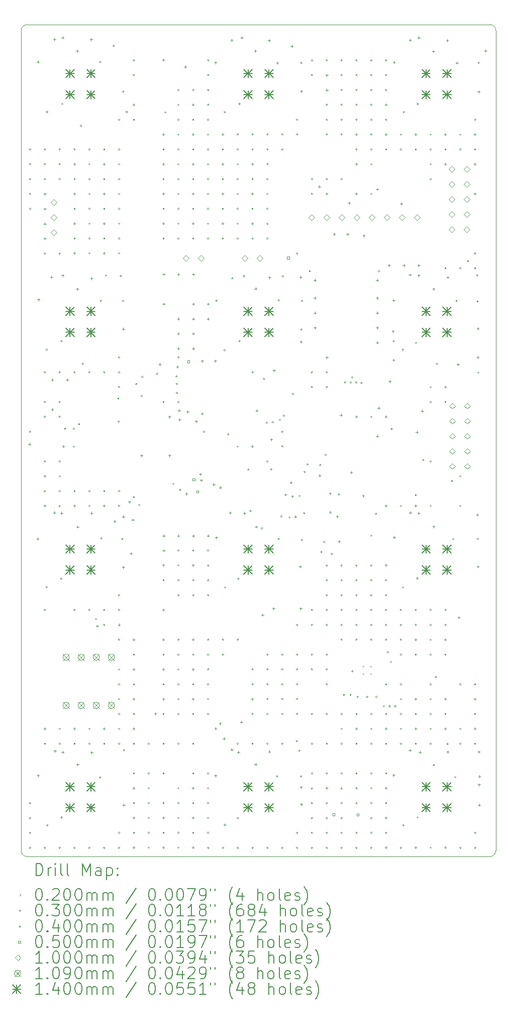
<source format=gbr>
%TF.GenerationSoftware,KiCad,Pcbnew,6.0.10-86aedd382b~118~ubuntu20.04.1*%
%TF.CreationDate,2023-01-07T15:43:35+01:00*%
%TF.ProjectId,IOB_V3,494f425f-5633-42e6-9b69-6361645f7063,rev?*%
%TF.SameCoordinates,Original*%
%TF.FileFunction,Drillmap*%
%TF.FilePolarity,Positive*%
%FSLAX45Y45*%
G04 Gerber Fmt 4.5, Leading zero omitted, Abs format (unit mm)*
G04 Created by KiCad (PCBNEW 6.0.10-86aedd382b~118~ubuntu20.04.1) date 2023-01-07 15:43:35*
%MOMM*%
%LPD*%
G01*
G04 APERTURE LIST*
%ADD10C,0.100000*%
%ADD11C,0.200000*%
%ADD12C,0.020000*%
%ADD13C,0.030000*%
%ADD14C,0.040000*%
%ADD15C,0.050000*%
%ADD16C,0.109000*%
%ADD17C,0.140000*%
G04 APERTURE END LIST*
D10*
X14898995Y-17000000D02*
X7101005Y-17000000D01*
X7100711Y-3000000D02*
G75*
G03*
X7000000Y-3100711I719J-101430D01*
G01*
X7000005Y-16900000D02*
G75*
G03*
X7101005Y-17000000I102025J2040D01*
G01*
X7000000Y-16900000D02*
X7000000Y-3100711D01*
X15000000Y-3101005D02*
X15000000Y-16898995D01*
X7100711Y-3000000D02*
X14898995Y-3000000D01*
X15000000Y-3101005D02*
G75*
G03*
X14898995Y-3000000I-102020J-1015D01*
G01*
X14898995Y-17000000D02*
G75*
G03*
X15000000Y-16898995I-1015J102020D01*
G01*
D11*
D12*
X12755000Y-13787500D02*
X12775000Y-13807500D01*
X12775000Y-13787500D02*
X12755000Y-13807500D01*
X12755000Y-13912500D02*
X12775000Y-13932500D01*
X12775000Y-13912500D02*
X12755000Y-13932500D01*
X12880000Y-13787500D02*
X12900000Y-13807500D01*
X12900000Y-13787500D02*
X12880000Y-13807500D01*
X12880000Y-13912500D02*
X12900000Y-13932500D01*
X12900000Y-13912500D02*
X12880000Y-13932500D01*
D13*
X7165000Y-5100000D02*
G75*
G03*
X7165000Y-5100000I-15000J0D01*
G01*
X7165000Y-5350000D02*
G75*
G03*
X7165000Y-5350000I-15000J0D01*
G01*
X7165000Y-5600000D02*
G75*
G03*
X7165000Y-5600000I-15000J0D01*
G01*
X7165000Y-5850000D02*
G75*
G03*
X7165000Y-5850000I-15000J0D01*
G01*
X7165000Y-6100000D02*
G75*
G03*
X7165000Y-6100000I-15000J0D01*
G01*
X7165000Y-9850000D02*
G75*
G03*
X7165000Y-9850000I-15000J0D01*
G01*
X7165000Y-16100000D02*
G75*
G03*
X7165000Y-16100000I-15000J0D01*
G01*
X7165000Y-16350000D02*
G75*
G03*
X7165000Y-16350000I-15000J0D01*
G01*
X7165000Y-16600000D02*
G75*
G03*
X7165000Y-16600000I-15000J0D01*
G01*
X7165000Y-16850000D02*
G75*
G03*
X7165000Y-16850000I-15000J0D01*
G01*
X7415000Y-5100000D02*
G75*
G03*
X7415000Y-5100000I-15000J0D01*
G01*
X7415000Y-5350000D02*
G75*
G03*
X7415000Y-5350000I-15000J0D01*
G01*
X7415000Y-5600000D02*
G75*
G03*
X7415000Y-5600000I-15000J0D01*
G01*
X7415000Y-6850000D02*
G75*
G03*
X7415000Y-6850000I-15000J0D01*
G01*
X7415000Y-8850000D02*
G75*
G03*
X7415000Y-8850000I-15000J0D01*
G01*
X7415000Y-9350000D02*
G75*
G03*
X7415000Y-9350000I-15000J0D01*
G01*
X7415000Y-9600000D02*
G75*
G03*
X7415000Y-9600000I-15000J0D01*
G01*
X7415000Y-10350000D02*
G75*
G03*
X7415000Y-10350000I-15000J0D01*
G01*
X7415000Y-10600000D02*
G75*
G03*
X7415000Y-10600000I-15000J0D01*
G01*
X7415000Y-10850000D02*
G75*
G03*
X7415000Y-10850000I-15000J0D01*
G01*
X7415000Y-11100000D02*
G75*
G03*
X7415000Y-11100000I-15000J0D01*
G01*
X7415000Y-12850000D02*
G75*
G03*
X7415000Y-12850000I-15000J0D01*
G01*
X7415000Y-14850000D02*
G75*
G03*
X7415000Y-14850000I-15000J0D01*
G01*
X7415000Y-15100000D02*
G75*
G03*
X7415000Y-15100000I-15000J0D01*
G01*
X7415000Y-16850000D02*
G75*
G03*
X7415000Y-16850000I-15000J0D01*
G01*
X7445000Y-8470000D02*
G75*
G03*
X7445000Y-8470000I-15000J0D01*
G01*
X7445000Y-12465000D02*
G75*
G03*
X7445000Y-12465000I-15000J0D01*
G01*
X7450000Y-4470000D02*
G75*
G03*
X7450000Y-4470000I-15000J0D01*
G01*
X7457500Y-16472500D02*
G75*
G03*
X7457500Y-16472500I-15000J0D01*
G01*
X7665000Y-5100000D02*
G75*
G03*
X7665000Y-5100000I-15000J0D01*
G01*
X7665000Y-5350000D02*
G75*
G03*
X7665000Y-5350000I-15000J0D01*
G01*
X7665000Y-5600000D02*
G75*
G03*
X7665000Y-5600000I-15000J0D01*
G01*
X7665000Y-6850000D02*
G75*
G03*
X7665000Y-6850000I-15000J0D01*
G01*
X7665000Y-8850000D02*
G75*
G03*
X7665000Y-8850000I-15000J0D01*
G01*
X7665000Y-9350000D02*
G75*
G03*
X7665000Y-9350000I-15000J0D01*
G01*
X7665000Y-9600000D02*
G75*
G03*
X7665000Y-9600000I-15000J0D01*
G01*
X7665000Y-10350000D02*
G75*
G03*
X7665000Y-10350000I-15000J0D01*
G01*
X7665000Y-10600000D02*
G75*
G03*
X7665000Y-10600000I-15000J0D01*
G01*
X7665000Y-10850000D02*
G75*
G03*
X7665000Y-10850000I-15000J0D01*
G01*
X7665000Y-11100000D02*
G75*
G03*
X7665000Y-11100000I-15000J0D01*
G01*
X7665000Y-14850000D02*
G75*
G03*
X7665000Y-14850000I-15000J0D01*
G01*
X7665000Y-15100000D02*
G75*
G03*
X7665000Y-15100000I-15000J0D01*
G01*
X7665000Y-16850000D02*
G75*
G03*
X7665000Y-16850000I-15000J0D01*
G01*
X7690000Y-12325000D02*
G75*
G03*
X7690000Y-12325000I-15000J0D01*
G01*
X7695000Y-8325000D02*
G75*
G03*
X7695000Y-8325000I-15000J0D01*
G01*
X7695000Y-16340000D02*
G75*
G03*
X7695000Y-16340000I-15000J0D01*
G01*
X7710000Y-4335000D02*
G75*
G03*
X7710000Y-4335000I-15000J0D01*
G01*
X7730000Y-10100000D02*
G75*
G03*
X7730000Y-10100000I-15000J0D01*
G01*
X7755000Y-9800050D02*
G75*
G03*
X7755000Y-9800050I-15000J0D01*
G01*
X7905000Y-9800000D02*
G75*
G03*
X7905000Y-9800000I-15000J0D01*
G01*
X7905000Y-10100000D02*
G75*
G03*
X7905000Y-10100000I-15000J0D01*
G01*
X7915000Y-5100000D02*
G75*
G03*
X7915000Y-5100000I-15000J0D01*
G01*
X7915000Y-5350000D02*
G75*
G03*
X7915000Y-5350000I-15000J0D01*
G01*
X7915000Y-5600000D02*
G75*
G03*
X7915000Y-5600000I-15000J0D01*
G01*
X7915000Y-5850000D02*
G75*
G03*
X7915000Y-5850000I-15000J0D01*
G01*
X7915000Y-6100000D02*
G75*
G03*
X7915000Y-6100000I-15000J0D01*
G01*
X7915000Y-6350000D02*
G75*
G03*
X7915000Y-6350000I-15000J0D01*
G01*
X7915000Y-6600000D02*
G75*
G03*
X7915000Y-6600000I-15000J0D01*
G01*
X7915000Y-6850000D02*
G75*
G03*
X7915000Y-6850000I-15000J0D01*
G01*
X7915000Y-8850000D02*
G75*
G03*
X7915000Y-8850000I-15000J0D01*
G01*
X7915000Y-10850000D02*
G75*
G03*
X7915000Y-10850000I-15000J0D01*
G01*
X7915000Y-11100000D02*
G75*
G03*
X7915000Y-11100000I-15000J0D01*
G01*
X7915000Y-12850000D02*
G75*
G03*
X7915000Y-12850000I-15000J0D01*
G01*
X7915000Y-14850000D02*
G75*
G03*
X7915000Y-14850000I-15000J0D01*
G01*
X7915000Y-15100000D02*
G75*
G03*
X7915000Y-15100000I-15000J0D01*
G01*
X7915000Y-16850000D02*
G75*
G03*
X7915000Y-16850000I-15000J0D01*
G01*
X7992500Y-9722500D02*
G75*
G03*
X7992500Y-9722500I-15000J0D01*
G01*
X8025000Y-4700000D02*
G75*
G03*
X8025000Y-4700000I-15000J0D01*
G01*
X8055000Y-8710000D02*
G75*
G03*
X8055000Y-8710000I-15000J0D01*
G01*
X8165000Y-5100000D02*
G75*
G03*
X8165000Y-5100000I-15000J0D01*
G01*
X8165000Y-5350000D02*
G75*
G03*
X8165000Y-5350000I-15000J0D01*
G01*
X8165000Y-5600000D02*
G75*
G03*
X8165000Y-5600000I-15000J0D01*
G01*
X8165000Y-5850000D02*
G75*
G03*
X8165000Y-5850000I-15000J0D01*
G01*
X8165000Y-6100000D02*
G75*
G03*
X8165000Y-6100000I-15000J0D01*
G01*
X8165000Y-6350000D02*
G75*
G03*
X8165000Y-6350000I-15000J0D01*
G01*
X8165000Y-6600000D02*
G75*
G03*
X8165000Y-6600000I-15000J0D01*
G01*
X8165000Y-6850000D02*
G75*
G03*
X8165000Y-6850000I-15000J0D01*
G01*
X8165000Y-8850000D02*
G75*
G03*
X8165000Y-8850000I-15000J0D01*
G01*
X8165000Y-10850000D02*
G75*
G03*
X8165000Y-10850000I-15000J0D01*
G01*
X8165000Y-11100000D02*
G75*
G03*
X8165000Y-11100000I-15000J0D01*
G01*
X8165000Y-12850000D02*
G75*
G03*
X8165000Y-12850000I-15000J0D01*
G01*
X8165000Y-14850000D02*
G75*
G03*
X8165000Y-14850000I-15000J0D01*
G01*
X8165000Y-15100000D02*
G75*
G03*
X8165000Y-15100000I-15000J0D01*
G01*
X8165000Y-16850000D02*
G75*
G03*
X8165000Y-16850000I-15000J0D01*
G01*
X8275000Y-13004950D02*
G75*
G03*
X8275000Y-13004950I-15000J0D01*
G01*
X8345000Y-3630000D02*
G75*
G03*
X8345000Y-3630000I-15000J0D01*
G01*
X8345000Y-15670000D02*
G75*
G03*
X8345000Y-15670000I-15000J0D01*
G01*
X8358000Y-7648000D02*
G75*
G03*
X8358000Y-7648000I-15000J0D01*
G01*
X8366000Y-11643000D02*
G75*
G03*
X8366000Y-11643000I-15000J0D01*
G01*
X8415000Y-5100000D02*
G75*
G03*
X8415000Y-5100000I-15000J0D01*
G01*
X8415000Y-5350000D02*
G75*
G03*
X8415000Y-5350000I-15000J0D01*
G01*
X8415000Y-5600000D02*
G75*
G03*
X8415000Y-5600000I-15000J0D01*
G01*
X8415000Y-5850000D02*
G75*
G03*
X8415000Y-5850000I-15000J0D01*
G01*
X8415000Y-6100000D02*
G75*
G03*
X8415000Y-6100000I-15000J0D01*
G01*
X8415000Y-6350000D02*
G75*
G03*
X8415000Y-6350000I-15000J0D01*
G01*
X8415000Y-6600000D02*
G75*
G03*
X8415000Y-6600000I-15000J0D01*
G01*
X8415000Y-6850000D02*
G75*
G03*
X8415000Y-6850000I-15000J0D01*
G01*
X8415000Y-8850000D02*
G75*
G03*
X8415000Y-8850000I-15000J0D01*
G01*
X8415000Y-10850000D02*
G75*
G03*
X8415000Y-10850000I-15000J0D01*
G01*
X8415000Y-11100000D02*
G75*
G03*
X8415000Y-11100000I-15000J0D01*
G01*
X8415000Y-12850000D02*
G75*
G03*
X8415000Y-12850000I-15000J0D01*
G01*
X8415000Y-13100000D02*
G75*
G03*
X8415000Y-13100000I-15000J0D01*
G01*
X8415000Y-14850000D02*
G75*
G03*
X8415000Y-14850000I-15000J0D01*
G01*
X8415000Y-15100000D02*
G75*
G03*
X8415000Y-15100000I-15000J0D01*
G01*
X8415000Y-16850000D02*
G75*
G03*
X8415000Y-16850000I-15000J0D01*
G01*
X8444000Y-7222000D02*
G75*
G03*
X8444000Y-7222000I-15000J0D01*
G01*
X8575000Y-3360000D02*
G75*
G03*
X8575000Y-3360000I-15000J0D01*
G01*
X8593000Y-11362000D02*
G75*
G03*
X8593000Y-11362000I-15000J0D01*
G01*
X8653550Y-9292500D02*
G75*
G03*
X8653550Y-9292500I-15000J0D01*
G01*
X8660000Y-9680000D02*
G75*
G03*
X8660000Y-9680000I-15000J0D01*
G01*
X8665000Y-4600000D02*
G75*
G03*
X8665000Y-4600000I-15000J0D01*
G01*
X8665000Y-5100000D02*
G75*
G03*
X8665000Y-5100000I-15000J0D01*
G01*
X8665000Y-5350000D02*
G75*
G03*
X8665000Y-5350000I-15000J0D01*
G01*
X8665000Y-5600000D02*
G75*
G03*
X8665000Y-5600000I-15000J0D01*
G01*
X8665000Y-5850000D02*
G75*
G03*
X8665000Y-5850000I-15000J0D01*
G01*
X8665000Y-6100000D02*
G75*
G03*
X8665000Y-6100000I-15000J0D01*
G01*
X8665000Y-6350000D02*
G75*
G03*
X8665000Y-6350000I-15000J0D01*
G01*
X8665000Y-6600000D02*
G75*
G03*
X8665000Y-6600000I-15000J0D01*
G01*
X8665000Y-6850000D02*
G75*
G03*
X8665000Y-6850000I-15000J0D01*
G01*
X8665000Y-8600000D02*
G75*
G03*
X8665000Y-8600000I-15000J0D01*
G01*
X8665000Y-8850000D02*
G75*
G03*
X8665000Y-8850000I-15000J0D01*
G01*
X8665000Y-9100000D02*
G75*
G03*
X8665000Y-9100000I-15000J0D01*
G01*
X8665000Y-10850000D02*
G75*
G03*
X8665000Y-10850000I-15000J0D01*
G01*
X8665000Y-11097100D02*
G75*
G03*
X8665000Y-11097100I-15000J0D01*
G01*
X8665000Y-12600000D02*
G75*
G03*
X8665000Y-12600000I-15000J0D01*
G01*
X8665000Y-12850000D02*
G75*
G03*
X8665000Y-12850000I-15000J0D01*
G01*
X8665000Y-13350000D02*
G75*
G03*
X8665000Y-13350000I-15000J0D01*
G01*
X8665000Y-13850000D02*
G75*
G03*
X8665000Y-13850000I-15000J0D01*
G01*
X8665000Y-14100000D02*
G75*
G03*
X8665000Y-14100000I-15000J0D01*
G01*
X8665000Y-14350000D02*
G75*
G03*
X8665000Y-14350000I-15000J0D01*
G01*
X8665000Y-14600000D02*
G75*
G03*
X8665000Y-14600000I-15000J0D01*
G01*
X8665000Y-14850000D02*
G75*
G03*
X8665000Y-14850000I-15000J0D01*
G01*
X8665000Y-15100000D02*
G75*
G03*
X8665000Y-15100000I-15000J0D01*
G01*
X8665000Y-16600000D02*
G75*
G03*
X8665000Y-16600000I-15000J0D01*
G01*
X8665000Y-16850000D02*
G75*
G03*
X8665000Y-16850000I-15000J0D01*
G01*
X8720000Y-11656000D02*
G75*
G03*
X8720000Y-11656000I-15000J0D01*
G01*
X8735000Y-4130000D02*
G75*
G03*
X8735000Y-4130000I-15000J0D01*
G01*
X8735000Y-7650000D02*
G75*
G03*
X8735000Y-7650000I-15000J0D01*
G01*
X8747000Y-15208000D02*
G75*
G03*
X8747000Y-15208000I-15000J0D01*
G01*
X8915000Y-3600000D02*
G75*
G03*
X8915000Y-3600000I-15000J0D01*
G01*
X8915000Y-3850000D02*
G75*
G03*
X8915000Y-3850000I-15000J0D01*
G01*
X8915000Y-4350000D02*
G75*
G03*
X8915000Y-4350000I-15000J0D01*
G01*
X8915000Y-4600000D02*
G75*
G03*
X8915000Y-4600000I-15000J0D01*
G01*
X8915000Y-13350000D02*
G75*
G03*
X8915000Y-13350000I-15000J0D01*
G01*
X8915000Y-13600000D02*
G75*
G03*
X8915000Y-13600000I-15000J0D01*
G01*
X8915000Y-13850000D02*
G75*
G03*
X8915000Y-13850000I-15000J0D01*
G01*
X8915000Y-14100000D02*
G75*
G03*
X8915000Y-14100000I-15000J0D01*
G01*
X8915000Y-14350000D02*
G75*
G03*
X8915000Y-14350000I-15000J0D01*
G01*
X8915000Y-14600000D02*
G75*
G03*
X8915000Y-14600000I-15000J0D01*
G01*
X8915000Y-14850000D02*
G75*
G03*
X8915000Y-14850000I-15000J0D01*
G01*
X8915000Y-15100000D02*
G75*
G03*
X8915000Y-15100000I-15000J0D01*
G01*
X8915000Y-15600000D02*
G75*
G03*
X8915000Y-15600000I-15000J0D01*
G01*
X8915000Y-15850000D02*
G75*
G03*
X8915000Y-15850000I-15000J0D01*
G01*
X8915000Y-16100000D02*
G75*
G03*
X8915000Y-16100000I-15000J0D01*
G01*
X8915000Y-16350000D02*
G75*
G03*
X8915000Y-16350000I-15000J0D01*
G01*
X8915000Y-16600000D02*
G75*
G03*
X8915000Y-16600000I-15000J0D01*
G01*
X8915000Y-16850000D02*
G75*
G03*
X8915000Y-16850000I-15000J0D01*
G01*
X8915000Y-10950000D02*
G75*
G03*
X8915000Y-10950000I-15000J0D01*
G01*
X8954950Y-9047500D02*
G75*
G03*
X8954950Y-9047500I-15000J0D01*
G01*
X9002500Y-11082500D02*
G75*
G03*
X9002500Y-11082500I-15000J0D01*
G01*
X9045000Y-9250000D02*
G75*
G03*
X9045000Y-9250000I-15000J0D01*
G01*
X9055000Y-8930000D02*
G75*
G03*
X9055000Y-8930000I-15000J0D01*
G01*
X9165000Y-15100000D02*
G75*
G03*
X9165000Y-15100000I-15000J0D01*
G01*
X9165000Y-15600000D02*
G75*
G03*
X9165000Y-15600000I-15000J0D01*
G01*
X9165000Y-15850000D02*
G75*
G03*
X9165000Y-15850000I-15000J0D01*
G01*
X9165000Y-16100000D02*
G75*
G03*
X9165000Y-16100000I-15000J0D01*
G01*
X9165000Y-16350000D02*
G75*
G03*
X9165000Y-16350000I-15000J0D01*
G01*
X9165000Y-16600000D02*
G75*
G03*
X9165000Y-16600000I-15000J0D01*
G01*
X9165000Y-16850000D02*
G75*
G03*
X9165000Y-16850000I-15000J0D01*
G01*
X9304999Y-8875000D02*
G75*
G03*
X9304999Y-8875000I-15000J0D01*
G01*
X9354950Y-8720000D02*
G75*
G03*
X9354950Y-8720000I-15000J0D01*
G01*
X9415000Y-3600000D02*
G75*
G03*
X9415000Y-3600000I-15000J0D01*
G01*
X9415000Y-4850000D02*
G75*
G03*
X9415000Y-4850000I-15000J0D01*
G01*
X9415000Y-5100000D02*
G75*
G03*
X9415000Y-5100000I-15000J0D01*
G01*
X9415000Y-5350000D02*
G75*
G03*
X9415000Y-5350000I-15000J0D01*
G01*
X9415000Y-5600000D02*
G75*
G03*
X9415000Y-5600000I-15000J0D01*
G01*
X9415000Y-5850000D02*
G75*
G03*
X9415000Y-5850000I-15000J0D01*
G01*
X9415000Y-6100000D02*
G75*
G03*
X9415000Y-6100000I-15000J0D01*
G01*
X9415000Y-6350000D02*
G75*
G03*
X9415000Y-6350000I-15000J0D01*
G01*
X9415000Y-6600000D02*
G75*
G03*
X9415000Y-6600000I-15000J0D01*
G01*
X9415000Y-9350000D02*
G75*
G03*
X9415000Y-9350000I-15000J0D01*
G01*
X9415000Y-12100000D02*
G75*
G03*
X9415000Y-12100000I-15000J0D01*
G01*
X9415000Y-12350000D02*
G75*
G03*
X9415000Y-12350000I-15000J0D01*
G01*
X9415000Y-12850000D02*
G75*
G03*
X9415000Y-12850000I-15000J0D01*
G01*
X9415000Y-13350000D02*
G75*
G03*
X9415000Y-13350000I-15000J0D01*
G01*
X9415000Y-13600000D02*
G75*
G03*
X9415000Y-13600000I-15000J0D01*
G01*
X9415000Y-13850000D02*
G75*
G03*
X9415000Y-13850000I-15000J0D01*
G01*
X9415000Y-14100000D02*
G75*
G03*
X9415000Y-14100000I-15000J0D01*
G01*
X9415000Y-14350000D02*
G75*
G03*
X9415000Y-14350000I-15000J0D01*
G01*
X9415000Y-14600000D02*
G75*
G03*
X9415000Y-14600000I-15000J0D01*
G01*
X9415000Y-15100000D02*
G75*
G03*
X9415000Y-15100000I-15000J0D01*
G01*
X9415000Y-15600000D02*
G75*
G03*
X9415000Y-15600000I-15000J0D01*
G01*
X9415000Y-16100000D02*
G75*
G03*
X9415000Y-16100000I-15000J0D01*
G01*
X9415000Y-16350000D02*
G75*
G03*
X9415000Y-16350000I-15000J0D01*
G01*
X9415000Y-16600000D02*
G75*
G03*
X9415000Y-16600000I-15000J0D01*
G01*
X9415000Y-16850000D02*
G75*
G03*
X9415000Y-16850000I-15000J0D01*
G01*
X9445000Y-4480000D02*
G75*
G03*
X9445000Y-4480000I-15000J0D01*
G01*
X9580000Y-10727500D02*
G75*
G03*
X9580000Y-10727500I-15000J0D01*
G01*
X9632500Y-8922500D02*
G75*
G03*
X9632500Y-8922500I-15000J0D01*
G01*
X9642500Y-9197500D02*
G75*
G03*
X9642500Y-9197500I-15000J0D01*
G01*
X9643038Y-9044462D02*
G75*
G03*
X9643038Y-9044462I-15000J0D01*
G01*
X9650000Y-8762500D02*
G75*
G03*
X9650000Y-8762500I-15000J0D01*
G01*
X9665000Y-4100000D02*
G75*
G03*
X9665000Y-4100000I-15000J0D01*
G01*
X9665000Y-4350000D02*
G75*
G03*
X9665000Y-4350000I-15000J0D01*
G01*
X9665000Y-4600000D02*
G75*
G03*
X9665000Y-4600000I-15000J0D01*
G01*
X9665000Y-4850000D02*
G75*
G03*
X9665000Y-4850000I-15000J0D01*
G01*
X9665000Y-5100000D02*
G75*
G03*
X9665000Y-5100000I-15000J0D01*
G01*
X9665000Y-5350000D02*
G75*
G03*
X9665000Y-5350000I-15000J0D01*
G01*
X9665000Y-5600000D02*
G75*
G03*
X9665000Y-5600000I-15000J0D01*
G01*
X9665000Y-5850000D02*
G75*
G03*
X9665000Y-5850000I-15000J0D01*
G01*
X9665000Y-6100000D02*
G75*
G03*
X9665000Y-6100000I-15000J0D01*
G01*
X9665000Y-6350000D02*
G75*
G03*
X9665000Y-6350000I-15000J0D01*
G01*
X9665000Y-6600000D02*
G75*
G03*
X9665000Y-6600000I-15000J0D01*
G01*
X9665000Y-8600000D02*
G75*
G03*
X9665000Y-8600000I-15000J0D01*
G01*
X9665000Y-9350000D02*
G75*
G03*
X9665000Y-9350000I-15000J0D01*
G01*
X9665000Y-11850000D02*
G75*
G03*
X9665000Y-11850000I-15000J0D01*
G01*
X9665000Y-12100000D02*
G75*
G03*
X9665000Y-12100000I-15000J0D01*
G01*
X9665000Y-12350000D02*
G75*
G03*
X9665000Y-12350000I-15000J0D01*
G01*
X9665000Y-12600000D02*
G75*
G03*
X9665000Y-12600000I-15000J0D01*
G01*
X9665000Y-13350000D02*
G75*
G03*
X9665000Y-13350000I-15000J0D01*
G01*
X9665000Y-13600000D02*
G75*
G03*
X9665000Y-13600000I-15000J0D01*
G01*
X9665000Y-13850000D02*
G75*
G03*
X9665000Y-13850000I-15000J0D01*
G01*
X9665000Y-14100000D02*
G75*
G03*
X9665000Y-14100000I-15000J0D01*
G01*
X9665000Y-14350000D02*
G75*
G03*
X9665000Y-14350000I-15000J0D01*
G01*
X9665000Y-14600000D02*
G75*
G03*
X9665000Y-14600000I-15000J0D01*
G01*
X9665000Y-15100000D02*
G75*
G03*
X9665000Y-15100000I-15000J0D01*
G01*
X9665000Y-15850000D02*
G75*
G03*
X9665000Y-15850000I-15000J0D01*
G01*
X9665000Y-16100000D02*
G75*
G03*
X9665000Y-16100000I-15000J0D01*
G01*
X9665000Y-16350000D02*
G75*
G03*
X9665000Y-16350000I-15000J0D01*
G01*
X9665000Y-16600000D02*
G75*
G03*
X9665000Y-16600000I-15000J0D01*
G01*
X9665000Y-16850000D02*
G75*
G03*
X9665000Y-16850000I-15000J0D01*
G01*
X9915000Y-4100000D02*
G75*
G03*
X9915000Y-4100000I-15000J0D01*
G01*
X9915000Y-4350000D02*
G75*
G03*
X9915000Y-4350000I-15000J0D01*
G01*
X9915000Y-4600000D02*
G75*
G03*
X9915000Y-4600000I-15000J0D01*
G01*
X9915000Y-4850000D02*
G75*
G03*
X9915000Y-4850000I-15000J0D01*
G01*
X9915000Y-5100000D02*
G75*
G03*
X9915000Y-5100000I-15000J0D01*
G01*
X9915000Y-5350000D02*
G75*
G03*
X9915000Y-5350000I-15000J0D01*
G01*
X9915000Y-5600000D02*
G75*
G03*
X9915000Y-5600000I-15000J0D01*
G01*
X9915000Y-5850000D02*
G75*
G03*
X9915000Y-5850000I-15000J0D01*
G01*
X9915000Y-6100000D02*
G75*
G03*
X9915000Y-6100000I-15000J0D01*
G01*
X9915000Y-6350000D02*
G75*
G03*
X9915000Y-6350000I-15000J0D01*
G01*
X9915000Y-6600000D02*
G75*
G03*
X9915000Y-6600000I-15000J0D01*
G01*
X9915000Y-11850000D02*
G75*
G03*
X9915000Y-11850000I-15000J0D01*
G01*
X9915000Y-12100000D02*
G75*
G03*
X9915000Y-12100000I-15000J0D01*
G01*
X9915000Y-12350000D02*
G75*
G03*
X9915000Y-12350000I-15000J0D01*
G01*
X9915000Y-12600000D02*
G75*
G03*
X9915000Y-12600000I-15000J0D01*
G01*
X9915000Y-13350000D02*
G75*
G03*
X9915000Y-13350000I-15000J0D01*
G01*
X9915000Y-13600000D02*
G75*
G03*
X9915000Y-13600000I-15000J0D01*
G01*
X9915000Y-13850000D02*
G75*
G03*
X9915000Y-13850000I-15000J0D01*
G01*
X9915000Y-14100000D02*
G75*
G03*
X9915000Y-14100000I-15000J0D01*
G01*
X9915000Y-14350000D02*
G75*
G03*
X9915000Y-14350000I-15000J0D01*
G01*
X9915000Y-14600000D02*
G75*
G03*
X9915000Y-14600000I-15000J0D01*
G01*
X9915000Y-15100000D02*
G75*
G03*
X9915000Y-15100000I-15000J0D01*
G01*
X9915000Y-15600000D02*
G75*
G03*
X9915000Y-15600000I-15000J0D01*
G01*
X9915000Y-15850000D02*
G75*
G03*
X9915000Y-15850000I-15000J0D01*
G01*
X9915000Y-16100000D02*
G75*
G03*
X9915000Y-16100000I-15000J0D01*
G01*
X9915000Y-16350000D02*
G75*
G03*
X9915000Y-16350000I-15000J0D01*
G01*
X9915000Y-16600000D02*
G75*
G03*
X9915000Y-16600000I-15000J0D01*
G01*
X9915000Y-16850000D02*
G75*
G03*
X9915000Y-16850000I-15000J0D01*
G01*
X10065000Y-9550000D02*
G75*
G03*
X10065000Y-9550000I-15000J0D01*
G01*
X10095000Y-9850000D02*
G75*
G03*
X10095000Y-9850000I-15000J0D01*
G01*
X10165000Y-3600000D02*
G75*
G03*
X10165000Y-3600000I-15000J0D01*
G01*
X10165000Y-3850000D02*
G75*
G03*
X10165000Y-3850000I-15000J0D01*
G01*
X10165000Y-4100000D02*
G75*
G03*
X10165000Y-4100000I-15000J0D01*
G01*
X10165000Y-4350000D02*
G75*
G03*
X10165000Y-4350000I-15000J0D01*
G01*
X10165000Y-4600000D02*
G75*
G03*
X10165000Y-4600000I-15000J0D01*
G01*
X10165000Y-4850000D02*
G75*
G03*
X10165000Y-4850000I-15000J0D01*
G01*
X10165000Y-5100000D02*
G75*
G03*
X10165000Y-5100000I-15000J0D01*
G01*
X10165000Y-5350000D02*
G75*
G03*
X10165000Y-5350000I-15000J0D01*
G01*
X10165000Y-5600000D02*
G75*
G03*
X10165000Y-5600000I-15000J0D01*
G01*
X10165000Y-5850000D02*
G75*
G03*
X10165000Y-5850000I-15000J0D01*
G01*
X10165000Y-6100000D02*
G75*
G03*
X10165000Y-6100000I-15000J0D01*
G01*
X10165000Y-6350000D02*
G75*
G03*
X10165000Y-6350000I-15000J0D01*
G01*
X10165000Y-6600000D02*
G75*
G03*
X10165000Y-6600000I-15000J0D01*
G01*
X10165000Y-11850000D02*
G75*
G03*
X10165000Y-11850000I-15000J0D01*
G01*
X10165000Y-12100000D02*
G75*
G03*
X10165000Y-12100000I-15000J0D01*
G01*
X10165000Y-12350000D02*
G75*
G03*
X10165000Y-12350000I-15000J0D01*
G01*
X10165000Y-12600000D02*
G75*
G03*
X10165000Y-12600000I-15000J0D01*
G01*
X10165000Y-13350000D02*
G75*
G03*
X10165000Y-13350000I-15000J0D01*
G01*
X10165000Y-13600000D02*
G75*
G03*
X10165000Y-13600000I-15000J0D01*
G01*
X10165000Y-13850000D02*
G75*
G03*
X10165000Y-13850000I-15000J0D01*
G01*
X10165000Y-14100000D02*
G75*
G03*
X10165000Y-14100000I-15000J0D01*
G01*
X10165000Y-14350000D02*
G75*
G03*
X10165000Y-14350000I-15000J0D01*
G01*
X10165000Y-14600000D02*
G75*
G03*
X10165000Y-14600000I-15000J0D01*
G01*
X10165000Y-15600000D02*
G75*
G03*
X10165000Y-15600000I-15000J0D01*
G01*
X10165000Y-15850000D02*
G75*
G03*
X10165000Y-15850000I-15000J0D01*
G01*
X10165000Y-16100000D02*
G75*
G03*
X10165000Y-16100000I-15000J0D01*
G01*
X10165000Y-16350000D02*
G75*
G03*
X10165000Y-16350000I-15000J0D01*
G01*
X10165000Y-16600000D02*
G75*
G03*
X10165000Y-16600000I-15000J0D01*
G01*
X10165000Y-16850000D02*
G75*
G03*
X10165000Y-16850000I-15000J0D01*
G01*
X10415000Y-4850000D02*
G75*
G03*
X10415000Y-4850000I-15000J0D01*
G01*
X10415000Y-5100000D02*
G75*
G03*
X10415000Y-5100000I-15000J0D01*
G01*
X10415000Y-5350000D02*
G75*
G03*
X10415000Y-5350000I-15000J0D01*
G01*
X10415000Y-5600000D02*
G75*
G03*
X10415000Y-5600000I-15000J0D01*
G01*
X10415000Y-5850000D02*
G75*
G03*
X10415000Y-5850000I-15000J0D01*
G01*
X10415000Y-6100000D02*
G75*
G03*
X10415000Y-6100000I-15000J0D01*
G01*
X10415000Y-6350000D02*
G75*
G03*
X10415000Y-6350000I-15000J0D01*
G01*
X10415000Y-6600000D02*
G75*
G03*
X10415000Y-6600000I-15000J0D01*
G01*
X10415000Y-13350000D02*
G75*
G03*
X10415000Y-13350000I-15000J0D01*
G01*
X10415000Y-13600000D02*
G75*
G03*
X10415000Y-13600000I-15000J0D01*
G01*
X10415000Y-16850000D02*
G75*
G03*
X10415000Y-16850000I-15000J0D01*
G01*
X10445000Y-8480000D02*
G75*
G03*
X10445000Y-8480000I-15000J0D01*
G01*
X10447500Y-4472500D02*
G75*
G03*
X10447500Y-4472500I-15000J0D01*
G01*
X10450000Y-16467500D02*
G75*
G03*
X10450000Y-16467500I-15000J0D01*
G01*
X10452500Y-12472500D02*
G75*
G03*
X10452500Y-12472500I-15000J0D01*
G01*
X10503649Y-9894950D02*
G75*
G03*
X10503649Y-9894950I-15000J0D01*
G01*
X10540000Y-11217500D02*
G75*
G03*
X10540000Y-11217500I-15000J0D01*
G01*
X10565000Y-3267500D02*
G75*
G03*
X10565000Y-3267500I-15000J0D01*
G01*
X10572500Y-7272500D02*
G75*
G03*
X10572500Y-7272500I-15000J0D01*
G01*
X10665000Y-4850000D02*
G75*
G03*
X10665000Y-4850000I-15000J0D01*
G01*
X10665000Y-5100000D02*
G75*
G03*
X10665000Y-5100000I-15000J0D01*
G01*
X10665000Y-5350000D02*
G75*
G03*
X10665000Y-5350000I-15000J0D01*
G01*
X10665000Y-5600000D02*
G75*
G03*
X10665000Y-5600000I-15000J0D01*
G01*
X10665000Y-5850000D02*
G75*
G03*
X10665000Y-5850000I-15000J0D01*
G01*
X10665000Y-6100000D02*
G75*
G03*
X10665000Y-6100000I-15000J0D01*
G01*
X10665000Y-6350000D02*
G75*
G03*
X10665000Y-6350000I-15000J0D01*
G01*
X10665000Y-6600000D02*
G75*
G03*
X10665000Y-6600000I-15000J0D01*
G01*
X10665000Y-10100000D02*
G75*
G03*
X10665000Y-10100000I-15000J0D01*
G01*
X10665000Y-13350000D02*
G75*
G03*
X10665000Y-13350000I-15000J0D01*
G01*
X10665000Y-15100000D02*
G75*
G03*
X10665000Y-15100000I-15000J0D01*
G01*
X10665000Y-16350000D02*
G75*
G03*
X10665000Y-16350000I-15000J0D01*
G01*
X10665000Y-16850000D02*
G75*
G03*
X10665000Y-16850000I-15000J0D01*
G01*
X10675000Y-12325000D02*
G75*
G03*
X10675000Y-12325000I-15000J0D01*
G01*
X10695000Y-4335000D02*
G75*
G03*
X10695000Y-4335000I-15000J0D01*
G01*
X10695000Y-8325000D02*
G75*
G03*
X10695000Y-8325000I-15000J0D01*
G01*
X10843000Y-10487000D02*
G75*
G03*
X10843000Y-10487000I-15000J0D01*
G01*
X10915000Y-4850000D02*
G75*
G03*
X10915000Y-4850000I-15000J0D01*
G01*
X10915000Y-5100000D02*
G75*
G03*
X10915000Y-5100000I-15000J0D01*
G01*
X10915000Y-5350000D02*
G75*
G03*
X10915000Y-5350000I-15000J0D01*
G01*
X10915000Y-5600000D02*
G75*
G03*
X10915000Y-5600000I-15000J0D01*
G01*
X10915000Y-5850000D02*
G75*
G03*
X10915000Y-5850000I-15000J0D01*
G01*
X10915000Y-6100000D02*
G75*
G03*
X10915000Y-6100000I-15000J0D01*
G01*
X10915000Y-6350000D02*
G75*
G03*
X10915000Y-6350000I-15000J0D01*
G01*
X10915000Y-6600000D02*
G75*
G03*
X10915000Y-6600000I-15000J0D01*
G01*
X10915000Y-8850000D02*
G75*
G03*
X10915000Y-8850000I-15000J0D01*
G01*
X10915000Y-10100000D02*
G75*
G03*
X10915000Y-10100000I-15000J0D01*
G01*
X10915000Y-13850000D02*
G75*
G03*
X10915000Y-13850000I-15000J0D01*
G01*
X10915000Y-14100000D02*
G75*
G03*
X10915000Y-14100000I-15000J0D01*
G01*
X10915000Y-14350000D02*
G75*
G03*
X10915000Y-14350000I-15000J0D01*
G01*
X10915000Y-14600000D02*
G75*
G03*
X10915000Y-14600000I-15000J0D01*
G01*
X10915000Y-15100000D02*
G75*
G03*
X10915000Y-15100000I-15000J0D01*
G01*
X10915000Y-16850000D02*
G75*
G03*
X10915000Y-16850000I-15000J0D01*
G01*
X10989000Y-9500000D02*
G75*
G03*
X10989000Y-9500000I-15000J0D01*
G01*
X11071050Y-11475000D02*
G75*
G03*
X11071050Y-11475000I-15000J0D01*
G01*
X11105000Y-8960000D02*
G75*
G03*
X11105000Y-8960000I-15000J0D01*
G01*
X11155000Y-9700000D02*
G75*
G03*
X11155000Y-9700000I-15000J0D01*
G01*
X11165000Y-4850000D02*
G75*
G03*
X11165000Y-4850000I-15000J0D01*
G01*
X11165000Y-5100000D02*
G75*
G03*
X11165000Y-5100000I-15000J0D01*
G01*
X11165000Y-5350000D02*
G75*
G03*
X11165000Y-5350000I-15000J0D01*
G01*
X11165000Y-5600000D02*
G75*
G03*
X11165000Y-5600000I-15000J0D01*
G01*
X11165000Y-5850000D02*
G75*
G03*
X11165000Y-5850000I-15000J0D01*
G01*
X11165000Y-6100000D02*
G75*
G03*
X11165000Y-6100000I-15000J0D01*
G01*
X11165000Y-6350000D02*
G75*
G03*
X11165000Y-6350000I-15000J0D01*
G01*
X11165000Y-6600000D02*
G75*
G03*
X11165000Y-6600000I-15000J0D01*
G01*
X11165000Y-10350000D02*
G75*
G03*
X11165000Y-10350000I-15000J0D01*
G01*
X11165000Y-13600000D02*
G75*
G03*
X11165000Y-13600000I-15000J0D01*
G01*
X11165000Y-13850000D02*
G75*
G03*
X11165000Y-13850000I-15000J0D01*
G01*
X11165000Y-14100000D02*
G75*
G03*
X11165000Y-14100000I-15000J0D01*
G01*
X11165000Y-14350000D02*
G75*
G03*
X11165000Y-14350000I-15000J0D01*
G01*
X11165000Y-14600000D02*
G75*
G03*
X11165000Y-14600000I-15000J0D01*
G01*
X11165000Y-15100000D02*
G75*
G03*
X11165000Y-15100000I-15000J0D01*
G01*
X11165000Y-16850000D02*
G75*
G03*
X11165000Y-16850000I-15000J0D01*
G01*
X11230000Y-10482500D02*
G75*
G03*
X11230000Y-10482500I-15000J0D01*
G01*
X11255000Y-9690000D02*
G75*
G03*
X11255000Y-9690000I-15000J0D01*
G01*
X11326000Y-15648000D02*
G75*
G03*
X11326000Y-15648000I-15000J0D01*
G01*
X11337000Y-3650000D02*
G75*
G03*
X11337000Y-3650000I-15000J0D01*
G01*
X11355000Y-11657000D02*
G75*
G03*
X11355000Y-11657000I-15000J0D01*
G01*
X11356000Y-7637000D02*
G75*
G03*
X11356000Y-7637000I-15000J0D01*
G01*
X11374838Y-9650000D02*
G75*
G03*
X11374838Y-9650000I-15000J0D01*
G01*
X11399000Y-11274000D02*
G75*
G03*
X11399000Y-11274000I-15000J0D01*
G01*
X11415000Y-4850000D02*
G75*
G03*
X11415000Y-4850000I-15000J0D01*
G01*
X11415000Y-5100000D02*
G75*
G03*
X11415000Y-5100000I-15000J0D01*
G01*
X11415000Y-9850000D02*
G75*
G03*
X11415000Y-9850000I-15000J0D01*
G01*
X11415000Y-10100000D02*
G75*
G03*
X11415000Y-10100000I-15000J0D01*
G01*
X11415000Y-13600000D02*
G75*
G03*
X11415000Y-13600000I-15000J0D01*
G01*
X11415000Y-13850000D02*
G75*
G03*
X11415000Y-13850000I-15000J0D01*
G01*
X11415000Y-14100000D02*
G75*
G03*
X11415000Y-14100000I-15000J0D01*
G01*
X11415000Y-14350000D02*
G75*
G03*
X11415000Y-14350000I-15000J0D01*
G01*
X11415000Y-14600000D02*
G75*
G03*
X11415000Y-14600000I-15000J0D01*
G01*
X11415000Y-15100000D02*
G75*
G03*
X11415000Y-15100000I-15000J0D01*
G01*
X11415000Y-16850000D02*
G75*
G03*
X11415000Y-16850000I-15000J0D01*
G01*
X11425000Y-7234000D02*
G75*
G03*
X11425000Y-7234000I-15000J0D01*
G01*
X11444788Y-9579795D02*
G75*
G03*
X11444788Y-9579795I-15000J0D01*
G01*
X11535000Y-11295050D02*
G75*
G03*
X11535000Y-11295050I-15000J0D01*
G01*
X11567500Y-10710050D02*
G75*
G03*
X11567500Y-10710050I-15000J0D01*
G01*
X11595000Y-9215000D02*
G75*
G03*
X11595000Y-9215000I-15000J0D01*
G01*
X11659504Y-15056652D02*
G75*
G03*
X11659504Y-15056652I-15000J0D01*
G01*
X11665000Y-4600000D02*
G75*
G03*
X11665000Y-4600000I-15000J0D01*
G01*
X11665000Y-4850000D02*
G75*
G03*
X11665000Y-4850000I-15000J0D01*
G01*
X11665000Y-6850000D02*
G75*
G03*
X11665000Y-6850000I-15000J0D01*
G01*
X11665000Y-13100000D02*
G75*
G03*
X11665000Y-13100000I-15000J0D01*
G01*
X11665000Y-13600000D02*
G75*
G03*
X11665000Y-13600000I-15000J0D01*
G01*
X11665000Y-13850000D02*
G75*
G03*
X11665000Y-13850000I-15000J0D01*
G01*
X11665000Y-14100000D02*
G75*
G03*
X11665000Y-14100000I-15000J0D01*
G01*
X11665000Y-14350000D02*
G75*
G03*
X11665000Y-14350000I-15000J0D01*
G01*
X11665000Y-14600000D02*
G75*
G03*
X11665000Y-14600000I-15000J0D01*
G01*
X11665000Y-16600000D02*
G75*
G03*
X11665000Y-16600000I-15000J0D01*
G01*
X11665000Y-16850000D02*
G75*
G03*
X11665000Y-16850000I-15000J0D01*
G01*
X11702000Y-15216000D02*
G75*
G03*
X11702000Y-15216000I-15000J0D01*
G01*
X11705000Y-10930000D02*
G75*
G03*
X11705000Y-10930000I-15000J0D01*
G01*
X11733000Y-15652000D02*
G75*
G03*
X11733000Y-15652000I-15000J0D01*
G01*
X11735000Y-8130000D02*
G75*
G03*
X11735000Y-8130000I-15000J0D01*
G01*
X11735000Y-8340000D02*
G75*
G03*
X11735000Y-8340000I-15000J0D01*
G01*
X11737000Y-3648000D02*
G75*
G03*
X11737000Y-3648000I-15000J0D01*
G01*
X11744000Y-11673000D02*
G75*
G03*
X11744000Y-11673000I-15000J0D01*
G01*
X11748000Y-7652000D02*
G75*
G03*
X11748000Y-7652000I-15000J0D01*
G01*
X11783750Y-11218750D02*
G75*
G03*
X11783750Y-11218750I-15000J0D01*
G01*
X11792500Y-10527500D02*
G75*
G03*
X11792500Y-10527500I-15000J0D01*
G01*
X11842500Y-10397500D02*
G75*
G03*
X11842500Y-10397500I-15000J0D01*
G01*
X11877500Y-7150000D02*
G75*
G03*
X11877500Y-7150000I-15000J0D01*
G01*
X11915000Y-3602000D02*
G75*
G03*
X11915000Y-3602000I-15000J0D01*
G01*
X11915000Y-3850000D02*
G75*
G03*
X11915000Y-3850000I-15000J0D01*
G01*
X11915000Y-5600000D02*
G75*
G03*
X11915000Y-5600000I-15000J0D01*
G01*
X11915000Y-5850000D02*
G75*
G03*
X11915000Y-5850000I-15000J0D01*
G01*
X11915000Y-8850000D02*
G75*
G03*
X11915000Y-8850000I-15000J0D01*
G01*
X11915000Y-9100000D02*
G75*
G03*
X11915000Y-9100000I-15000J0D01*
G01*
X11915000Y-12850000D02*
G75*
G03*
X11915000Y-12850000I-15000J0D01*
G01*
X11915000Y-13100000D02*
G75*
G03*
X11915000Y-13100000I-15000J0D01*
G01*
X11915000Y-13600000D02*
G75*
G03*
X11915000Y-13600000I-15000J0D01*
G01*
X11915000Y-13850000D02*
G75*
G03*
X11915000Y-13850000I-15000J0D01*
G01*
X11915000Y-14600000D02*
G75*
G03*
X11915000Y-14600000I-15000J0D01*
G01*
X11915000Y-15100000D02*
G75*
G03*
X11915000Y-15100000I-15000J0D01*
G01*
X11915000Y-15600000D02*
G75*
G03*
X11915000Y-15600000I-15000J0D01*
G01*
X11915000Y-15850000D02*
G75*
G03*
X11915000Y-15850000I-15000J0D01*
G01*
X11915000Y-16100000D02*
G75*
G03*
X11915000Y-16100000I-15000J0D01*
G01*
X11915000Y-16350000D02*
G75*
G03*
X11915000Y-16350000I-15000J0D01*
G01*
X11915000Y-16600000D02*
G75*
G03*
X11915000Y-16600000I-15000J0D01*
G01*
X11915000Y-16850000D02*
G75*
G03*
X11915000Y-16850000I-15000J0D01*
G01*
X12047682Y-10592318D02*
G75*
G03*
X12047682Y-10592318I-15000J0D01*
G01*
X12055000Y-10410000D02*
G75*
G03*
X12055000Y-10410000I-15000J0D01*
G01*
X12073250Y-11875750D02*
G75*
G03*
X12073250Y-11875750I-15000J0D01*
G01*
X12120000Y-11704000D02*
G75*
G03*
X12120000Y-11704000I-15000J0D01*
G01*
X12145000Y-10240000D02*
G75*
G03*
X12145000Y-10240000I-15000J0D01*
G01*
X12165000Y-3600000D02*
G75*
G03*
X12165000Y-3600000I-15000J0D01*
G01*
X12165000Y-4350000D02*
G75*
G03*
X12165000Y-4350000I-15000J0D01*
G01*
X12165000Y-4600000D02*
G75*
G03*
X12165000Y-4600000I-15000J0D01*
G01*
X12165000Y-4850000D02*
G75*
G03*
X12165000Y-4850000I-15000J0D01*
G01*
X12165000Y-5600000D02*
G75*
G03*
X12165000Y-5600000I-15000J0D01*
G01*
X12165000Y-5850000D02*
G75*
G03*
X12165000Y-5850000I-15000J0D01*
G01*
X12165000Y-8850000D02*
G75*
G03*
X12165000Y-8850000I-15000J0D01*
G01*
X12165000Y-9100000D02*
G75*
G03*
X12165000Y-9100000I-15000J0D01*
G01*
X12165000Y-12100000D02*
G75*
G03*
X12165000Y-12100000I-15000J0D01*
G01*
X12165000Y-12350000D02*
G75*
G03*
X12165000Y-12350000I-15000J0D01*
G01*
X12165000Y-12600000D02*
G75*
G03*
X12165000Y-12600000I-15000J0D01*
G01*
X12165000Y-12850000D02*
G75*
G03*
X12165000Y-12850000I-15000J0D01*
G01*
X12165000Y-13100000D02*
G75*
G03*
X12165000Y-13100000I-15000J0D01*
G01*
X12165000Y-13600000D02*
G75*
G03*
X12165000Y-13600000I-15000J0D01*
G01*
X12165000Y-13850000D02*
G75*
G03*
X12165000Y-13850000I-15000J0D01*
G01*
X12165000Y-14100000D02*
G75*
G03*
X12165000Y-14100000I-15000J0D01*
G01*
X12165000Y-14600000D02*
G75*
G03*
X12165000Y-14600000I-15000J0D01*
G01*
X12165000Y-15100000D02*
G75*
G03*
X12165000Y-15100000I-15000J0D01*
G01*
X12165000Y-15600000D02*
G75*
G03*
X12165000Y-15600000I-15000J0D01*
G01*
X12165000Y-15850000D02*
G75*
G03*
X12165000Y-15850000I-15000J0D01*
G01*
X12165000Y-16100000D02*
G75*
G03*
X12165000Y-16100000I-15000J0D01*
G01*
X12165000Y-16350000D02*
G75*
G03*
X12165000Y-16350000I-15000J0D01*
G01*
X12165000Y-16600000D02*
G75*
G03*
X12165000Y-16600000I-15000J0D01*
G01*
X12165000Y-16850000D02*
G75*
G03*
X12165000Y-16850000I-15000J0D01*
G01*
X12225000Y-10890000D02*
G75*
G03*
X12225000Y-10890000I-15000J0D01*
G01*
X12225000Y-11210000D02*
G75*
G03*
X12225000Y-11210000I-15000J0D01*
G01*
X12250962Y-11905962D02*
G75*
G03*
X12250962Y-11905962I-15000J0D01*
G01*
X12415000Y-3600000D02*
G75*
G03*
X12415000Y-3600000I-15000J0D01*
G01*
X12415000Y-3850000D02*
G75*
G03*
X12415000Y-3850000I-15000J0D01*
G01*
X12415000Y-4100000D02*
G75*
G03*
X12415000Y-4100000I-15000J0D01*
G01*
X12415000Y-4350000D02*
G75*
G03*
X12415000Y-4350000I-15000J0D01*
G01*
X12415000Y-4600000D02*
G75*
G03*
X12415000Y-4600000I-15000J0D01*
G01*
X12415000Y-4850000D02*
G75*
G03*
X12415000Y-4850000I-15000J0D01*
G01*
X12415000Y-5600000D02*
G75*
G03*
X12415000Y-5600000I-15000J0D01*
G01*
X12415000Y-12100000D02*
G75*
G03*
X12415000Y-12100000I-15000J0D01*
G01*
X12415000Y-12350000D02*
G75*
G03*
X12415000Y-12350000I-15000J0D01*
G01*
X12415000Y-12600000D02*
G75*
G03*
X12415000Y-12600000I-15000J0D01*
G01*
X12415000Y-12850000D02*
G75*
G03*
X12415000Y-12850000I-15000J0D01*
G01*
X12415000Y-13100000D02*
G75*
G03*
X12415000Y-13100000I-15000J0D01*
G01*
X12415000Y-13350000D02*
G75*
G03*
X12415000Y-13350000I-15000J0D01*
G01*
X12415000Y-14600000D02*
G75*
G03*
X12415000Y-14600000I-15000J0D01*
G01*
X12415000Y-14850000D02*
G75*
G03*
X12415000Y-14850000I-15000J0D01*
G01*
X12415000Y-15100000D02*
G75*
G03*
X12415000Y-15100000I-15000J0D01*
G01*
X12415000Y-15600000D02*
G75*
G03*
X12415000Y-15600000I-15000J0D01*
G01*
X12415000Y-15850000D02*
G75*
G03*
X12415000Y-15850000I-15000J0D01*
G01*
X12415000Y-16100000D02*
G75*
G03*
X12415000Y-16100000I-15000J0D01*
G01*
X12415000Y-16350000D02*
G75*
G03*
X12415000Y-16350000I-15000J0D01*
G01*
X12415000Y-16600000D02*
G75*
G03*
X12415000Y-16600000I-15000J0D01*
G01*
X12415000Y-16850000D02*
G75*
G03*
X12415000Y-16850000I-15000J0D01*
G01*
X12455000Y-14277500D02*
G75*
G03*
X12455000Y-14277500I-15000J0D01*
G01*
X12474121Y-9019955D02*
G75*
G03*
X12474121Y-9019955I-15000J0D01*
G01*
X12565000Y-14277500D02*
G75*
G03*
X12565000Y-14277500I-15000J0D01*
G01*
X12569549Y-9022066D02*
G75*
G03*
X12569549Y-9022066I-15000J0D01*
G01*
X12580000Y-10540000D02*
G75*
G03*
X12580000Y-10540000I-15000J0D01*
G01*
X12594471Y-8934968D02*
G75*
G03*
X12594471Y-8934968I-15000J0D01*
G01*
X12595000Y-13882500D02*
G75*
G03*
X12595000Y-13882500I-15000J0D01*
G01*
X12659498Y-9022578D02*
G75*
G03*
X12659498Y-9022578I-15000J0D01*
G01*
X12665000Y-3600000D02*
G75*
G03*
X12665000Y-3600000I-15000J0D01*
G01*
X12665000Y-3850000D02*
G75*
G03*
X12665000Y-3850000I-15000J0D01*
G01*
X12665000Y-4100000D02*
G75*
G03*
X12665000Y-4100000I-15000J0D01*
G01*
X12665000Y-4350000D02*
G75*
G03*
X12665000Y-4350000I-15000J0D01*
G01*
X12665000Y-4600000D02*
G75*
G03*
X12665000Y-4600000I-15000J0D01*
G01*
X12665000Y-4850000D02*
G75*
G03*
X12665000Y-4850000I-15000J0D01*
G01*
X12665000Y-5100000D02*
G75*
G03*
X12665000Y-5100000I-15000J0D01*
G01*
X12665000Y-5350000D02*
G75*
G03*
X12665000Y-5350000I-15000J0D01*
G01*
X12665000Y-5850000D02*
G75*
G03*
X12665000Y-5850000I-15000J0D01*
G01*
X12665000Y-9600000D02*
G75*
G03*
X12665000Y-9600000I-15000J0D01*
G01*
X12665000Y-12100000D02*
G75*
G03*
X12665000Y-12100000I-15000J0D01*
G01*
X12665000Y-12350000D02*
G75*
G03*
X12665000Y-12350000I-15000J0D01*
G01*
X12665000Y-12600000D02*
G75*
G03*
X12665000Y-12600000I-15000J0D01*
G01*
X12665000Y-12850000D02*
G75*
G03*
X12665000Y-12850000I-15000J0D01*
G01*
X12665000Y-13100000D02*
G75*
G03*
X12665000Y-13100000I-15000J0D01*
G01*
X12665000Y-13350000D02*
G75*
G03*
X12665000Y-13350000I-15000J0D01*
G01*
X12665000Y-14600000D02*
G75*
G03*
X12665000Y-14600000I-15000J0D01*
G01*
X12665000Y-14850000D02*
G75*
G03*
X12665000Y-14850000I-15000J0D01*
G01*
X12665000Y-15100000D02*
G75*
G03*
X12665000Y-15100000I-15000J0D01*
G01*
X12665000Y-15600000D02*
G75*
G03*
X12665000Y-15600000I-15000J0D01*
G01*
X12665000Y-15850000D02*
G75*
G03*
X12665000Y-15850000I-15000J0D01*
G01*
X12665000Y-16100000D02*
G75*
G03*
X12665000Y-16100000I-15000J0D01*
G01*
X12665000Y-16600000D02*
G75*
G03*
X12665000Y-16600000I-15000J0D01*
G01*
X12665000Y-16850000D02*
G75*
G03*
X12665000Y-16850000I-15000J0D01*
G01*
X12685000Y-14310000D02*
G75*
G03*
X12685000Y-14310000I-15000J0D01*
G01*
X12750050Y-9031351D02*
G75*
G03*
X12750050Y-9031351I-15000J0D01*
G01*
X12845000Y-14310000D02*
G75*
G03*
X12845000Y-14310000I-15000J0D01*
G01*
X12915000Y-3600000D02*
G75*
G03*
X12915000Y-3600000I-15000J0D01*
G01*
X12915000Y-3850000D02*
G75*
G03*
X12915000Y-3850000I-15000J0D01*
G01*
X12915000Y-4100000D02*
G75*
G03*
X12915000Y-4100000I-15000J0D01*
G01*
X12915000Y-4350000D02*
G75*
G03*
X12915000Y-4350000I-15000J0D01*
G01*
X12915000Y-4600000D02*
G75*
G03*
X12915000Y-4600000I-15000J0D01*
G01*
X12915000Y-4850000D02*
G75*
G03*
X12915000Y-4850000I-15000J0D01*
G01*
X12915000Y-5100000D02*
G75*
G03*
X12915000Y-5100000I-15000J0D01*
G01*
X12915000Y-5350000D02*
G75*
G03*
X12915000Y-5350000I-15000J0D01*
G01*
X12915000Y-5850000D02*
G75*
G03*
X12915000Y-5850000I-15000J0D01*
G01*
X12915000Y-9600000D02*
G75*
G03*
X12915000Y-9600000I-15000J0D01*
G01*
X12915000Y-11600000D02*
G75*
G03*
X12915000Y-11600000I-15000J0D01*
G01*
X12915000Y-12100000D02*
G75*
G03*
X12915000Y-12100000I-15000J0D01*
G01*
X12915000Y-12350000D02*
G75*
G03*
X12915000Y-12350000I-15000J0D01*
G01*
X12915000Y-12600000D02*
G75*
G03*
X12915000Y-12600000I-15000J0D01*
G01*
X12915000Y-12850000D02*
G75*
G03*
X12915000Y-12850000I-15000J0D01*
G01*
X12915000Y-13100000D02*
G75*
G03*
X12915000Y-13100000I-15000J0D01*
G01*
X12915000Y-13350000D02*
G75*
G03*
X12915000Y-13350000I-15000J0D01*
G01*
X12915000Y-14600000D02*
G75*
G03*
X12915000Y-14600000I-15000J0D01*
G01*
X12915000Y-14850000D02*
G75*
G03*
X12915000Y-14850000I-15000J0D01*
G01*
X12915000Y-15100000D02*
G75*
G03*
X12915000Y-15100000I-15000J0D01*
G01*
X12915000Y-15600000D02*
G75*
G03*
X12915000Y-15600000I-15000J0D01*
G01*
X12915000Y-15850000D02*
G75*
G03*
X12915000Y-15850000I-15000J0D01*
G01*
X12915000Y-16100000D02*
G75*
G03*
X12915000Y-16100000I-15000J0D01*
G01*
X12915000Y-16350000D02*
G75*
G03*
X12915000Y-16350000I-15000J0D01*
G01*
X12915000Y-16600000D02*
G75*
G03*
X12915000Y-16600000I-15000J0D01*
G01*
X12915000Y-16850000D02*
G75*
G03*
X12915000Y-16850000I-15000J0D01*
G01*
X12994400Y-11233000D02*
G75*
G03*
X12994400Y-11233000I-15000J0D01*
G01*
X13000000Y-14312500D02*
G75*
G03*
X13000000Y-14312500I-15000J0D01*
G01*
X13045000Y-7150000D02*
G75*
G03*
X13045000Y-7150000I-15000J0D01*
G01*
X13127500Y-14470000D02*
G75*
G03*
X13127500Y-14470000I-15000J0D01*
G01*
X13165000Y-3600000D02*
G75*
G03*
X13165000Y-3600000I-15000J0D01*
G01*
X13165000Y-3850000D02*
G75*
G03*
X13165000Y-3850000I-15000J0D01*
G01*
X13165000Y-4100000D02*
G75*
G03*
X13165000Y-4100000I-15000J0D01*
G01*
X13165000Y-4350000D02*
G75*
G03*
X13165000Y-4350000I-15000J0D01*
G01*
X13165000Y-4600000D02*
G75*
G03*
X13165000Y-4600000I-15000J0D01*
G01*
X13165000Y-4850000D02*
G75*
G03*
X13165000Y-4850000I-15000J0D01*
G01*
X13165000Y-5100000D02*
G75*
G03*
X13165000Y-5100000I-15000J0D01*
G01*
X13165000Y-9600000D02*
G75*
G03*
X13165000Y-9600000I-15000J0D01*
G01*
X13165000Y-11100000D02*
G75*
G03*
X13165000Y-11100000I-15000J0D01*
G01*
X13165000Y-12100000D02*
G75*
G03*
X13165000Y-12100000I-15000J0D01*
G01*
X13165000Y-12350000D02*
G75*
G03*
X13165000Y-12350000I-15000J0D01*
G01*
X13165000Y-12600000D02*
G75*
G03*
X13165000Y-12600000I-15000J0D01*
G01*
X13165000Y-12850000D02*
G75*
G03*
X13165000Y-12850000I-15000J0D01*
G01*
X13165000Y-13100000D02*
G75*
G03*
X13165000Y-13100000I-15000J0D01*
G01*
X13165000Y-13350000D02*
G75*
G03*
X13165000Y-13350000I-15000J0D01*
G01*
X13165000Y-14100000D02*
G75*
G03*
X13165000Y-14100000I-15000J0D01*
G01*
X13165000Y-14600000D02*
G75*
G03*
X13165000Y-14600000I-15000J0D01*
G01*
X13165000Y-14850000D02*
G75*
G03*
X13165000Y-14850000I-15000J0D01*
G01*
X13165000Y-15100000D02*
G75*
G03*
X13165000Y-15100000I-15000J0D01*
G01*
X13165000Y-15600000D02*
G75*
G03*
X13165000Y-15600000I-15000J0D01*
G01*
X13165000Y-15850000D02*
G75*
G03*
X13165000Y-15850000I-15000J0D01*
G01*
X13165000Y-16100000D02*
G75*
G03*
X13165000Y-16100000I-15000J0D01*
G01*
X13165000Y-16350000D02*
G75*
G03*
X13165000Y-16350000I-15000J0D01*
G01*
X13165000Y-16600000D02*
G75*
G03*
X13165000Y-16600000I-15000J0D01*
G01*
X13165000Y-16850000D02*
G75*
G03*
X13165000Y-16850000I-15000J0D01*
G01*
X13195000Y-13560000D02*
G75*
G03*
X13195000Y-13560000I-15000J0D01*
G01*
X13225000Y-14470000D02*
G75*
G03*
X13225000Y-14470000I-15000J0D01*
G01*
X13245000Y-13725000D02*
G75*
G03*
X13245000Y-13725000I-15000J0D01*
G01*
X13295000Y-8330000D02*
G75*
G03*
X13295000Y-8330000I-15000J0D01*
G01*
X13295000Y-8650000D02*
G75*
G03*
X13295000Y-8650000I-15000J0D01*
G01*
X13317500Y-14470000D02*
G75*
G03*
X13317500Y-14470000I-15000J0D01*
G01*
X13415000Y-4850000D02*
G75*
G03*
X13415000Y-4850000I-15000J0D01*
G01*
X13415000Y-5100000D02*
G75*
G03*
X13415000Y-5100000I-15000J0D01*
G01*
X13415000Y-11100000D02*
G75*
G03*
X13415000Y-11100000I-15000J0D01*
G01*
X13415000Y-12850000D02*
G75*
G03*
X13415000Y-12850000I-15000J0D01*
G01*
X13415000Y-13100000D02*
G75*
G03*
X13415000Y-13100000I-15000J0D01*
G01*
X13415000Y-13350000D02*
G75*
G03*
X13415000Y-13350000I-15000J0D01*
G01*
X13415000Y-13600000D02*
G75*
G03*
X13415000Y-13600000I-15000J0D01*
G01*
X13415000Y-14100000D02*
G75*
G03*
X13415000Y-14100000I-15000J0D01*
G01*
X13415000Y-14350000D02*
G75*
G03*
X13415000Y-14350000I-15000J0D01*
G01*
X13415000Y-14600000D02*
G75*
G03*
X13415000Y-14600000I-15000J0D01*
G01*
X13415000Y-14850000D02*
G75*
G03*
X13415000Y-14850000I-15000J0D01*
G01*
X13415000Y-15100000D02*
G75*
G03*
X13415000Y-15100000I-15000J0D01*
G01*
X13415000Y-16850000D02*
G75*
G03*
X13415000Y-16850000I-15000J0D01*
G01*
X13447500Y-8470000D02*
G75*
G03*
X13447500Y-8470000I-15000J0D01*
G01*
X13450000Y-12470000D02*
G75*
G03*
X13450000Y-12470000I-15000J0D01*
G01*
X13455000Y-16475000D02*
G75*
G03*
X13455000Y-16475000I-15000J0D01*
G01*
X13465000Y-4472500D02*
G75*
G03*
X13465000Y-4472500I-15000J0D01*
G01*
X13665000Y-4850000D02*
G75*
G03*
X13665000Y-4850000I-15000J0D01*
G01*
X13665000Y-5100000D02*
G75*
G03*
X13665000Y-5100000I-15000J0D01*
G01*
X13665000Y-10917500D02*
G75*
G03*
X13665000Y-10917500I-15000J0D01*
G01*
X13665000Y-11100000D02*
G75*
G03*
X13665000Y-11100000I-15000J0D01*
G01*
X13665000Y-12850000D02*
G75*
G03*
X13665000Y-12850000I-15000J0D01*
G01*
X13665000Y-13100000D02*
G75*
G03*
X13665000Y-13100000I-15000J0D01*
G01*
X13665000Y-13350000D02*
G75*
G03*
X13665000Y-13350000I-15000J0D01*
G01*
X13665000Y-13600000D02*
G75*
G03*
X13665000Y-13600000I-15000J0D01*
G01*
X13665000Y-14350000D02*
G75*
G03*
X13665000Y-14350000I-15000J0D01*
G01*
X13665000Y-14600000D02*
G75*
G03*
X13665000Y-14600000I-15000J0D01*
G01*
X13665000Y-14850000D02*
G75*
G03*
X13665000Y-14850000I-15000J0D01*
G01*
X13665000Y-15100000D02*
G75*
G03*
X13665000Y-15100000I-15000J0D01*
G01*
X13665000Y-16850000D02*
G75*
G03*
X13665000Y-16850000I-15000J0D01*
G01*
X13670000Y-8355000D02*
G75*
G03*
X13670000Y-8355000I-15000J0D01*
G01*
X13690000Y-12320000D02*
G75*
G03*
X13690000Y-12320000I-15000J0D01*
G01*
X13695000Y-16340000D02*
G75*
G03*
X13695000Y-16340000I-15000J0D01*
G01*
X13700000Y-4335000D02*
G75*
G03*
X13700000Y-4335000I-15000J0D01*
G01*
X13789000Y-10328000D02*
G75*
G03*
X13789000Y-10328000I-15000J0D01*
G01*
X13915000Y-4850000D02*
G75*
G03*
X13915000Y-4850000I-15000J0D01*
G01*
X13915000Y-5100000D02*
G75*
G03*
X13915000Y-5100000I-15000J0D01*
G01*
X13915000Y-5350000D02*
G75*
G03*
X13915000Y-5350000I-15000J0D01*
G01*
X13915000Y-5600000D02*
G75*
G03*
X13915000Y-5600000I-15000J0D01*
G01*
X13915000Y-9100000D02*
G75*
G03*
X13915000Y-9100000I-15000J0D01*
G01*
X13915000Y-9350000D02*
G75*
G03*
X13915000Y-9350000I-15000J0D01*
G01*
X13915000Y-10350000D02*
G75*
G03*
X13915000Y-10350000I-15000J0D01*
G01*
X13915000Y-11100000D02*
G75*
G03*
X13915000Y-11100000I-15000J0D01*
G01*
X13915000Y-12850000D02*
G75*
G03*
X13915000Y-12850000I-15000J0D01*
G01*
X13915000Y-13100000D02*
G75*
G03*
X13915000Y-13100000I-15000J0D01*
G01*
X13915000Y-13350000D02*
G75*
G03*
X13915000Y-13350000I-15000J0D01*
G01*
X13915000Y-13600000D02*
G75*
G03*
X13915000Y-13600000I-15000J0D01*
G01*
X13915000Y-14100000D02*
G75*
G03*
X13915000Y-14100000I-15000J0D01*
G01*
X13915000Y-14350000D02*
G75*
G03*
X13915000Y-14350000I-15000J0D01*
G01*
X13915000Y-14600000D02*
G75*
G03*
X13915000Y-14600000I-15000J0D01*
G01*
X13915000Y-14850000D02*
G75*
G03*
X13915000Y-14850000I-15000J0D01*
G01*
X13915000Y-15100000D02*
G75*
G03*
X13915000Y-15100000I-15000J0D01*
G01*
X13915000Y-16850000D02*
G75*
G03*
X13915000Y-16850000I-15000J0D01*
G01*
X14025000Y-8710000D02*
G75*
G03*
X14025000Y-8710000I-15000J0D01*
G01*
X14165000Y-4850000D02*
G75*
G03*
X14165000Y-4850000I-15000J0D01*
G01*
X14165000Y-5100000D02*
G75*
G03*
X14165000Y-5100000I-15000J0D01*
G01*
X14165000Y-5350000D02*
G75*
G03*
X14165000Y-5350000I-15000J0D01*
G01*
X14165000Y-7100000D02*
G75*
G03*
X14165000Y-7100000I-15000J0D01*
G01*
X14165000Y-9100000D02*
G75*
G03*
X14165000Y-9100000I-15000J0D01*
G01*
X14165000Y-9350000D02*
G75*
G03*
X14165000Y-9350000I-15000J0D01*
G01*
X14165000Y-12850000D02*
G75*
G03*
X14165000Y-12850000I-15000J0D01*
G01*
X14165000Y-13100000D02*
G75*
G03*
X14165000Y-13100000I-15000J0D01*
G01*
X14165000Y-13350000D02*
G75*
G03*
X14165000Y-13350000I-15000J0D01*
G01*
X14165000Y-13600000D02*
G75*
G03*
X14165000Y-13600000I-15000J0D01*
G01*
X14165000Y-14350000D02*
G75*
G03*
X14165000Y-14350000I-15000J0D01*
G01*
X14165000Y-14600000D02*
G75*
G03*
X14165000Y-14600000I-15000J0D01*
G01*
X14165000Y-14850000D02*
G75*
G03*
X14165000Y-14850000I-15000J0D01*
G01*
X14165000Y-16850000D02*
G75*
G03*
X14165000Y-16850000I-15000J0D01*
G01*
X14275000Y-10680000D02*
G75*
G03*
X14275000Y-10680000I-15000J0D01*
G01*
X14296000Y-11658000D02*
G75*
G03*
X14296000Y-11658000I-15000J0D01*
G01*
X14330000Y-15662000D02*
G75*
G03*
X14330000Y-15662000I-15000J0D01*
G01*
X14350000Y-7650000D02*
G75*
G03*
X14350000Y-7650000I-15000J0D01*
G01*
X14415000Y-4850000D02*
G75*
G03*
X14415000Y-4850000I-15000J0D01*
G01*
X14415000Y-5100000D02*
G75*
G03*
X14415000Y-5100000I-15000J0D01*
G01*
X14415000Y-7100000D02*
G75*
G03*
X14415000Y-7100000I-15000J0D01*
G01*
X14415000Y-10600000D02*
G75*
G03*
X14415000Y-10600000I-15000J0D01*
G01*
X14415000Y-11100000D02*
G75*
G03*
X14415000Y-11100000I-15000J0D01*
G01*
X14415000Y-14100000D02*
G75*
G03*
X14415000Y-14100000I-15000J0D01*
G01*
X14415000Y-14850000D02*
G75*
G03*
X14415000Y-14850000I-15000J0D01*
G01*
X14415000Y-15100000D02*
G75*
G03*
X14415000Y-15100000I-15000J0D01*
G01*
X14415000Y-16850000D02*
G75*
G03*
X14415000Y-16850000I-15000J0D01*
G01*
X14545000Y-6980000D02*
G75*
G03*
X14545000Y-6980000I-15000J0D01*
G01*
X14665000Y-4600000D02*
G75*
G03*
X14665000Y-4600000I-15000J0D01*
G01*
X14665000Y-4850000D02*
G75*
G03*
X14665000Y-4850000I-15000J0D01*
G01*
X14665000Y-5100000D02*
G75*
G03*
X14665000Y-5100000I-15000J0D01*
G01*
X14665000Y-5350000D02*
G75*
G03*
X14665000Y-5350000I-15000J0D01*
G01*
X14665000Y-5850000D02*
G75*
G03*
X14665000Y-5850000I-15000J0D01*
G01*
X14665000Y-6850000D02*
G75*
G03*
X14665000Y-6850000I-15000J0D01*
G01*
X14665000Y-7100000D02*
G75*
G03*
X14665000Y-7100000I-15000J0D01*
G01*
X14665000Y-14100000D02*
G75*
G03*
X14665000Y-14100000I-15000J0D01*
G01*
X14665000Y-14350000D02*
G75*
G03*
X14665000Y-14350000I-15000J0D01*
G01*
X14665000Y-14600000D02*
G75*
G03*
X14665000Y-14600000I-15000J0D01*
G01*
X14665000Y-14850000D02*
G75*
G03*
X14665000Y-14850000I-15000J0D01*
G01*
X14665000Y-15100000D02*
G75*
G03*
X14665000Y-15100000I-15000J0D01*
G01*
X14665000Y-16600000D02*
G75*
G03*
X14665000Y-16600000I-15000J0D01*
G01*
X14665000Y-16850000D02*
G75*
G03*
X14665000Y-16850000I-15000J0D01*
G01*
X14700000Y-7221000D02*
G75*
G03*
X14700000Y-7221000I-15000J0D01*
G01*
X14706000Y-11251000D02*
G75*
G03*
X14706000Y-11251000I-15000J0D01*
G01*
X14707000Y-7657000D02*
G75*
G03*
X14707000Y-7657000I-15000J0D01*
G01*
X14711000Y-11656000D02*
G75*
G03*
X14711000Y-11656000I-15000J0D01*
G01*
X14715000Y-8120000D02*
G75*
G03*
X14715000Y-8120000I-15000J0D01*
G01*
X14715000Y-8600000D02*
G75*
G03*
X14715000Y-8600000I-15000J0D01*
G01*
X14720000Y-8855000D02*
G75*
G03*
X14720000Y-8855000I-15000J0D01*
G01*
X14725000Y-3643000D02*
G75*
G03*
X14725000Y-3643000I-15000J0D01*
G01*
X14731000Y-15240000D02*
G75*
G03*
X14731000Y-15240000I-15000J0D01*
G01*
X14740000Y-15656000D02*
G75*
G03*
X14740000Y-15656000I-15000J0D01*
G01*
D14*
X7140000Y-10040000D02*
X7140000Y-10080000D01*
X7120000Y-10060000D02*
X7160000Y-10060000D01*
X7280000Y-11630000D02*
X7280000Y-11670000D01*
X7260000Y-11650000D02*
X7300000Y-11650000D01*
X7285000Y-3605000D02*
X7285000Y-3645000D01*
X7265000Y-3625000D02*
X7305000Y-3625000D01*
X7285000Y-15615000D02*
X7285000Y-15655000D01*
X7265000Y-15635000D02*
X7305000Y-15635000D01*
X7292500Y-7607500D02*
X7292500Y-7647500D01*
X7272500Y-7627500D02*
X7312500Y-7627500D01*
X7400000Y-5830000D02*
X7400000Y-5870000D01*
X7380000Y-5850000D02*
X7420000Y-5850000D01*
X7400000Y-6080000D02*
X7400000Y-6120000D01*
X7380000Y-6100000D02*
X7420000Y-6100000D01*
X7400000Y-6330000D02*
X7400000Y-6370000D01*
X7380000Y-6350000D02*
X7420000Y-6350000D01*
X7400000Y-6580000D02*
X7400000Y-6620000D01*
X7380000Y-6600000D02*
X7420000Y-6600000D01*
X7510000Y-7230000D02*
X7510000Y-7270000D01*
X7490000Y-7250000D02*
X7530000Y-7250000D01*
X7525000Y-8955000D02*
X7525000Y-8995000D01*
X7505000Y-8975000D02*
X7545000Y-8975000D01*
X7525000Y-9455000D02*
X7525000Y-9495000D01*
X7505000Y-9475000D02*
X7545000Y-9475000D01*
X7560000Y-11190000D02*
X7560000Y-11230000D01*
X7540000Y-11210000D02*
X7580000Y-11210000D01*
X7562500Y-3230000D02*
X7562500Y-3270000D01*
X7542500Y-3250000D02*
X7582500Y-3250000D01*
X7570000Y-15200000D02*
X7570000Y-15240000D01*
X7550000Y-15220000D02*
X7590000Y-15220000D01*
X7680000Y-11200000D02*
X7680000Y-11240000D01*
X7660000Y-11220000D02*
X7700000Y-11220000D01*
X7700000Y-3200000D02*
X7700000Y-3240000D01*
X7680000Y-3220000D02*
X7720000Y-3220000D01*
X7700000Y-7200000D02*
X7700000Y-7240000D01*
X7680000Y-7220000D02*
X7720000Y-7220000D01*
X7700000Y-15220000D02*
X7700000Y-15260000D01*
X7680000Y-15240000D02*
X7720000Y-15240000D01*
X7775000Y-8955000D02*
X7775000Y-8995000D01*
X7755000Y-8975000D02*
X7795000Y-8975000D01*
X7945000Y-3425000D02*
X7945000Y-3465000D01*
X7925000Y-3445000D02*
X7965000Y-3445000D01*
X7945000Y-7430000D02*
X7945000Y-7470000D01*
X7925000Y-7450000D02*
X7965000Y-7450000D01*
X7950000Y-11430000D02*
X7950000Y-11470000D01*
X7930000Y-11450000D02*
X7970000Y-11450000D01*
X7950000Y-15430000D02*
X7950000Y-15470000D01*
X7930000Y-15450000D02*
X7970000Y-15450000D01*
X8180000Y-3230000D02*
X8180000Y-3270000D01*
X8160000Y-3250000D02*
X8200000Y-3250000D01*
X8185000Y-7252500D02*
X8185000Y-7292500D01*
X8165000Y-7272500D02*
X8205000Y-7272500D01*
X8185000Y-11200000D02*
X8185000Y-11240000D01*
X8165000Y-11220000D02*
X8205000Y-11220000D01*
X8187500Y-15227500D02*
X8187500Y-15267500D01*
X8167500Y-15247500D02*
X8207500Y-15247500D01*
X8280000Y-13100000D02*
X8280000Y-13140000D01*
X8260000Y-13120000D02*
X8300000Y-13120000D01*
X8650000Y-13080000D02*
X8650000Y-13120000D01*
X8630000Y-13100000D02*
X8670000Y-13100000D01*
X8676000Y-7206000D02*
X8676000Y-7246000D01*
X8656000Y-7226000D02*
X8696000Y-7226000D01*
X8720000Y-8100000D02*
X8720000Y-8140000D01*
X8700000Y-8120000D02*
X8740000Y-8120000D01*
X8720000Y-11260000D02*
X8720000Y-11300000D01*
X8700000Y-11280000D02*
X8740000Y-11280000D01*
X8720000Y-12110000D02*
X8720000Y-12150000D01*
X8700000Y-12130000D02*
X8740000Y-12130000D01*
X8730000Y-16110000D02*
X8730000Y-16150000D01*
X8710000Y-16130000D02*
X8750000Y-16130000D01*
X8775000Y-4445000D02*
X8775000Y-4485000D01*
X8755000Y-4465000D02*
X8795000Y-4465000D01*
X8825000Y-11010000D02*
X8825000Y-11050000D01*
X8805000Y-11030000D02*
X8845000Y-11030000D01*
X8850000Y-11880000D02*
X8850000Y-11920000D01*
X8830000Y-11900000D02*
X8870000Y-11900000D01*
X8881000Y-11311750D02*
X8881000Y-11351750D01*
X8861000Y-11331750D02*
X8901000Y-11331750D01*
X9030000Y-10230000D02*
X9030000Y-10270000D01*
X9010000Y-10250000D02*
X9050000Y-10250000D01*
X9260000Y-14575000D02*
X9260000Y-14615000D01*
X9240000Y-14595000D02*
X9280000Y-14595000D01*
X9400000Y-7180000D02*
X9400000Y-7220000D01*
X9380000Y-7200000D02*
X9420000Y-7200000D01*
X9400000Y-7680000D02*
X9400000Y-7720000D01*
X9380000Y-7700000D02*
X9420000Y-7700000D01*
X9400000Y-11580000D02*
X9400000Y-11620000D01*
X9380000Y-11600000D02*
X9420000Y-11600000D01*
X9400000Y-11830000D02*
X9400000Y-11870000D01*
X9380000Y-11850000D02*
X9420000Y-11850000D01*
X9500000Y-9580000D02*
X9500000Y-9620000D01*
X9480000Y-9600000D02*
X9520000Y-9600000D01*
X9500000Y-10230000D02*
X9500000Y-10270000D01*
X9480000Y-10250000D02*
X9520000Y-10250000D01*
X9650000Y-7180000D02*
X9650000Y-7220000D01*
X9630000Y-7200000D02*
X9670000Y-7200000D01*
X9650000Y-7930000D02*
X9650000Y-7970000D01*
X9630000Y-7950000D02*
X9670000Y-7950000D01*
X9650000Y-8180000D02*
X9650000Y-8220000D01*
X9630000Y-8200000D02*
X9670000Y-8200000D01*
X9650000Y-8430000D02*
X9650000Y-8470000D01*
X9630000Y-8450000D02*
X9670000Y-8450000D01*
X9650000Y-11580000D02*
X9650000Y-11620000D01*
X9630000Y-11600000D02*
X9670000Y-11600000D01*
X9660000Y-9472500D02*
X9660000Y-9512500D01*
X9640000Y-9492500D02*
X9680000Y-9492500D01*
X9670000Y-9625050D02*
X9670000Y-9665050D01*
X9650000Y-9645050D02*
X9690000Y-9645050D01*
X9675000Y-10805000D02*
X9675000Y-10845000D01*
X9655000Y-10825000D02*
X9695000Y-10825000D01*
X9765000Y-3690000D02*
X9765000Y-3730000D01*
X9745000Y-3710000D02*
X9785000Y-3710000D01*
X9785000Y-10875000D02*
X9785000Y-10915000D01*
X9765000Y-10895000D02*
X9805000Y-10895000D01*
X9803750Y-9496250D02*
X9803750Y-9536250D01*
X9783750Y-9516250D02*
X9823750Y-9516250D01*
X9900000Y-7180000D02*
X9900000Y-7220000D01*
X9880000Y-7200000D02*
X9920000Y-7200000D01*
X9900000Y-7680000D02*
X9900000Y-7720000D01*
X9880000Y-7700000D02*
X9920000Y-7700000D01*
X9900000Y-7930000D02*
X9900000Y-7970000D01*
X9880000Y-7950000D02*
X9920000Y-7950000D01*
X9900000Y-8180000D02*
X9900000Y-8220000D01*
X9880000Y-8200000D02*
X9920000Y-8200000D01*
X9900000Y-8430000D02*
X9900000Y-8470000D01*
X9880000Y-8450000D02*
X9920000Y-8450000D01*
X9900000Y-11580000D02*
X9900000Y-11620000D01*
X9880000Y-11600000D02*
X9920000Y-11600000D01*
X9950000Y-9655000D02*
X9950000Y-9695000D01*
X9930000Y-9675000D02*
X9970000Y-9675000D01*
X10020000Y-10545050D02*
X10020000Y-10585050D01*
X10000000Y-10565050D02*
X10040000Y-10565050D01*
X10032002Y-10644502D02*
X10032002Y-10684502D01*
X10012002Y-10664502D02*
X10052002Y-10664502D01*
X10050000Y-8640000D02*
X10050000Y-8680000D01*
X10030000Y-8660000D02*
X10070000Y-8660000D01*
X10150000Y-7680000D02*
X10150000Y-7720000D01*
X10130000Y-7700000D02*
X10170000Y-7700000D01*
X10150000Y-7930000D02*
X10150000Y-7970000D01*
X10130000Y-7950000D02*
X10170000Y-7950000D01*
X10150000Y-11580000D02*
X10150000Y-11620000D01*
X10130000Y-11600000D02*
X10170000Y-11600000D01*
X10245000Y-10716300D02*
X10245000Y-10756300D01*
X10225000Y-10736300D02*
X10265000Y-10736300D01*
X10270000Y-8640000D02*
X10270000Y-8680000D01*
X10250000Y-8660000D02*
X10290000Y-8660000D01*
X10275000Y-3620000D02*
X10275000Y-3660000D01*
X10255000Y-3640000D02*
X10295000Y-3640000D01*
X10275000Y-15617500D02*
X10275000Y-15657500D01*
X10255000Y-15637500D02*
X10295000Y-15637500D01*
X10276000Y-14824000D02*
X10276000Y-14864000D01*
X10256000Y-14844000D02*
X10296000Y-14844000D01*
X10285000Y-7620000D02*
X10285000Y-7660000D01*
X10265000Y-7640000D02*
X10305000Y-7640000D01*
X10287500Y-11612500D02*
X10287500Y-11652500D01*
X10267500Y-11632500D02*
X10307500Y-11632500D01*
X10353000Y-14740000D02*
X10353000Y-14780000D01*
X10333000Y-14760000D02*
X10373000Y-14760000D01*
X10356256Y-10769033D02*
X10356256Y-10809033D01*
X10336256Y-10789033D02*
X10376256Y-10789033D01*
X10416949Y-14994047D02*
X10416949Y-15034047D01*
X10396949Y-15014047D02*
X10436949Y-15014047D01*
X10550000Y-15180000D02*
X10550000Y-15220000D01*
X10530000Y-15200000D02*
X10570000Y-15200000D01*
X10660000Y-15220000D02*
X10660000Y-15260000D01*
X10640000Y-15240000D02*
X10680000Y-15240000D01*
X10711000Y-14715000D02*
X10711000Y-14755000D01*
X10691000Y-14735000D02*
X10731000Y-14735000D01*
X10720000Y-3200000D02*
X10720000Y-3240000D01*
X10700000Y-3220000D02*
X10740000Y-3220000D01*
X10750000Y-7210000D02*
X10750000Y-7250000D01*
X10730000Y-7230000D02*
X10770000Y-7230000D01*
X10762500Y-11200000D02*
X10762500Y-11240000D01*
X10742500Y-11220000D02*
X10782500Y-11220000D01*
X10860000Y-11160000D02*
X10860000Y-11200000D01*
X10840000Y-11180000D02*
X10880000Y-11180000D01*
X10945000Y-3425000D02*
X10945000Y-3465000D01*
X10925000Y-3445000D02*
X10965000Y-3445000D01*
X10950000Y-7425000D02*
X10950000Y-7465000D01*
X10930000Y-7445000D02*
X10970000Y-7445000D01*
X10950000Y-15425000D02*
X10950000Y-15465000D01*
X10930000Y-15445000D02*
X10970000Y-15445000D01*
X10960000Y-11430000D02*
X10960000Y-11470000D01*
X10940000Y-11450000D02*
X10980000Y-11450000D01*
X11065000Y-12912500D02*
X11065000Y-12952500D01*
X11045000Y-12932500D02*
X11085000Y-12932500D01*
X11180000Y-3247500D02*
X11180000Y-3287500D01*
X11160000Y-3267500D02*
X11200000Y-3267500D01*
X11182500Y-15212500D02*
X11182500Y-15252500D01*
X11162500Y-15232500D02*
X11202500Y-15232500D01*
X11185000Y-7235000D02*
X11185000Y-7275000D01*
X11165000Y-7255000D02*
X11205000Y-7255000D01*
X11215000Y-9960000D02*
X11215000Y-10000000D01*
X11195000Y-9980000D02*
X11235000Y-9980000D01*
X11252200Y-12806000D02*
X11252200Y-12846000D01*
X11232200Y-12826000D02*
X11272200Y-12826000D01*
X11260000Y-8800000D02*
X11260000Y-8840000D01*
X11240000Y-8820000D02*
X11280000Y-8820000D01*
X11455000Y-10890000D02*
X11455000Y-10930000D01*
X11435000Y-10910000D02*
X11475000Y-10910000D01*
X11561950Y-3342500D02*
X11561950Y-3382500D01*
X11541950Y-3362500D02*
X11581950Y-3362500D01*
X11572500Y-10917500D02*
X11572500Y-10957500D01*
X11552500Y-10937500D02*
X11592500Y-10937500D01*
X11620000Y-11260000D02*
X11620000Y-11300000D01*
X11600000Y-11280000D02*
X11640000Y-11280000D01*
X11700000Y-12100000D02*
X11700000Y-12140000D01*
X11680000Y-12120000D02*
X11720000Y-12120000D01*
X11709400Y-12806000D02*
X11709400Y-12846000D01*
X11689400Y-12826000D02*
X11729400Y-12826000D01*
X11711000Y-7230000D02*
X11711000Y-7270000D01*
X11691000Y-7250000D02*
X11731000Y-7250000D01*
X11715000Y-15810000D02*
X11715000Y-15850000D01*
X11695000Y-15830000D02*
X11735000Y-15830000D01*
X11720000Y-4100000D02*
X11720000Y-4140000D01*
X11700000Y-4120000D02*
X11740000Y-4120000D01*
X11720000Y-16100000D02*
X11720000Y-16140000D01*
X11700000Y-16120000D02*
X11740000Y-16120000D01*
X11950000Y-7280000D02*
X11950000Y-7320000D01*
X11930000Y-7300000D02*
X11970000Y-7300000D01*
X11950000Y-7580000D02*
X11950000Y-7620000D01*
X11930000Y-7600000D02*
X11970000Y-7600000D01*
X11950000Y-7830000D02*
X11950000Y-7870000D01*
X11930000Y-7850000D02*
X11970000Y-7850000D01*
X11950000Y-8080000D02*
X11950000Y-8120000D01*
X11930000Y-8100000D02*
X11970000Y-8100000D01*
X12022500Y-5705000D02*
X12022500Y-5745000D01*
X12002500Y-5725000D02*
X12042500Y-5725000D01*
X12150000Y-3830000D02*
X12150000Y-3870000D01*
X12130000Y-3850000D02*
X12170000Y-3850000D01*
X12150000Y-4080000D02*
X12150000Y-4120000D01*
X12130000Y-4100000D02*
X12170000Y-4100000D01*
X12150000Y-8580000D02*
X12150000Y-8620000D01*
X12130000Y-8600000D02*
X12170000Y-8600000D01*
X12275000Y-6505000D02*
X12275000Y-6545000D01*
X12255000Y-6525000D02*
X12295000Y-6525000D01*
X12325000Y-11255000D02*
X12325000Y-11295000D01*
X12305000Y-11275000D02*
X12345000Y-11275000D01*
X12350000Y-10880000D02*
X12350000Y-10920000D01*
X12330000Y-10900000D02*
X12370000Y-10900000D01*
X12357500Y-11672500D02*
X12357500Y-11712500D01*
X12337500Y-11692500D02*
X12377500Y-11692500D01*
X12390000Y-9550000D02*
X12390000Y-9590000D01*
X12370000Y-9570000D02*
X12410000Y-9570000D01*
X12500000Y-6505000D02*
X12500000Y-6545000D01*
X12480000Y-6525000D02*
X12520000Y-6525000D01*
X12525000Y-5980000D02*
X12525000Y-6020000D01*
X12505000Y-6000000D02*
X12545000Y-6000000D01*
X12765000Y-10910000D02*
X12765000Y-10950000D01*
X12745000Y-10930000D02*
X12785000Y-10930000D01*
X12775000Y-6530000D02*
X12775000Y-6570000D01*
X12755000Y-6550000D02*
X12795000Y-6550000D01*
X13000000Y-5750000D02*
X13000000Y-5790000D01*
X12980000Y-5770000D02*
X13020000Y-5770000D01*
X13000000Y-7280000D02*
X13000000Y-7320000D01*
X12980000Y-7300000D02*
X13020000Y-7300000D01*
X13000000Y-7580000D02*
X13000000Y-7620000D01*
X12980000Y-7600000D02*
X13020000Y-7600000D01*
X13000000Y-7830000D02*
X13000000Y-7870000D01*
X12980000Y-7850000D02*
X13020000Y-7850000D01*
X13000000Y-8080000D02*
X13000000Y-8120000D01*
X12980000Y-8100000D02*
X13020000Y-8100000D01*
X13000000Y-8330000D02*
X13000000Y-8370000D01*
X12980000Y-8350000D02*
X13020000Y-8350000D01*
X13000000Y-9905000D02*
X13000000Y-9945000D01*
X12980000Y-9925000D02*
X13020000Y-9925000D01*
X13025000Y-9430000D02*
X13025000Y-9470000D01*
X13005000Y-9450000D02*
X13045000Y-9450000D01*
X13200000Y-7030000D02*
X13200000Y-7070000D01*
X13180000Y-7050000D02*
X13220000Y-7050000D01*
X13210000Y-8980000D02*
X13210000Y-9020000D01*
X13190000Y-9000000D02*
X13230000Y-9000000D01*
X13240000Y-9780000D02*
X13240000Y-9820000D01*
X13220000Y-9800000D02*
X13260000Y-9800000D01*
X13265000Y-8140000D02*
X13265000Y-8180000D01*
X13245000Y-8160000D02*
X13285000Y-8160000D01*
X13275000Y-7620000D02*
X13275000Y-7660000D01*
X13255000Y-7640000D02*
X13295000Y-7640000D01*
X13277500Y-15607500D02*
X13277500Y-15647500D01*
X13257500Y-15627500D02*
X13297500Y-15627500D01*
X13282500Y-3612500D02*
X13282500Y-3652500D01*
X13262500Y-3632500D02*
X13302500Y-3632500D01*
X13285000Y-11607500D02*
X13285000Y-11647500D01*
X13265000Y-11627500D02*
X13305000Y-11627500D01*
X13407500Y-5992500D02*
X13407500Y-6032500D01*
X13387500Y-6012500D02*
X13427500Y-6012500D01*
X13450000Y-7030000D02*
X13450000Y-7070000D01*
X13430000Y-7050000D02*
X13470000Y-7050000D01*
X13550000Y-7190000D02*
X13550000Y-7230000D01*
X13530000Y-7210000D02*
X13570000Y-7210000D01*
X13550000Y-15190000D02*
X13550000Y-15230000D01*
X13530000Y-15210000D02*
X13570000Y-15210000D01*
X13552500Y-3240000D02*
X13552500Y-3280000D01*
X13532500Y-3260000D02*
X13572500Y-3260000D01*
X13560000Y-11190000D02*
X13560000Y-11230000D01*
X13540000Y-11210000D02*
X13580000Y-11210000D01*
X13669000Y-9837000D02*
X13669000Y-9877000D01*
X13649000Y-9857000D02*
X13689000Y-9857000D01*
X13700000Y-3200000D02*
X13700000Y-3240000D01*
X13680000Y-3220000D02*
X13720000Y-3220000D01*
X13700000Y-7030000D02*
X13700000Y-7070000D01*
X13680000Y-7050000D02*
X13720000Y-7050000D01*
X13700000Y-7200000D02*
X13700000Y-7240000D01*
X13680000Y-7220000D02*
X13720000Y-7220000D01*
X13700000Y-11200000D02*
X13700000Y-11240000D01*
X13680000Y-11220000D02*
X13720000Y-11220000D01*
X13720000Y-15220000D02*
X13720000Y-15260000D01*
X13700000Y-15240000D02*
X13740000Y-15240000D01*
X13760000Y-9480000D02*
X13760000Y-9520000D01*
X13740000Y-9500000D02*
X13780000Y-9500000D01*
X13945000Y-3430000D02*
X13945000Y-3470000D01*
X13925000Y-3450000D02*
X13965000Y-3450000D01*
X13950000Y-7430000D02*
X13950000Y-7470000D01*
X13930000Y-7450000D02*
X13970000Y-7450000D01*
X13950000Y-11425000D02*
X13950000Y-11465000D01*
X13930000Y-11445000D02*
X13970000Y-11445000D01*
X13950000Y-15435000D02*
X13950000Y-15475000D01*
X13930000Y-15455000D02*
X13970000Y-15455000D01*
X13985000Y-13955000D02*
X13985000Y-13995000D01*
X13965000Y-13975000D02*
X14005000Y-13975000D01*
X14180000Y-3247500D02*
X14180000Y-3287500D01*
X14160000Y-3267500D02*
X14200000Y-3267500D01*
X14180000Y-15080000D02*
X14180000Y-15120000D01*
X14160000Y-15100000D02*
X14200000Y-15100000D01*
X14187500Y-7232500D02*
X14187500Y-7272500D01*
X14167500Y-7252500D02*
X14207500Y-7252500D01*
X14187500Y-15217500D02*
X14187500Y-15257500D01*
X14167500Y-15237500D02*
X14207500Y-15237500D01*
X14343000Y-3624000D02*
X14343000Y-3664000D01*
X14323000Y-3644000D02*
X14363000Y-3644000D01*
X14360000Y-8700000D02*
X14360000Y-8740000D01*
X14340000Y-8720000D02*
X14380000Y-8720000D01*
X14375000Y-12955000D02*
X14375000Y-12995000D01*
X14355000Y-12975000D02*
X14395000Y-12975000D01*
X14695050Y-12100000D02*
X14695050Y-12140000D01*
X14675050Y-12120000D02*
X14715050Y-12120000D01*
X14710000Y-4110000D02*
X14710000Y-4150000D01*
X14690000Y-4130000D02*
X14730000Y-4130000D01*
X14715000Y-15770000D02*
X14715000Y-15810000D01*
X14695000Y-15790000D02*
X14735000Y-15790000D01*
X14720000Y-16110000D02*
X14720000Y-16150000D01*
X14700000Y-16130000D02*
X14740000Y-16130000D01*
X14827000Y-3418000D02*
X14827000Y-3458000D01*
X14807000Y-3438000D02*
X14847000Y-3438000D01*
D15*
X9837678Y-8687678D02*
X9837678Y-8652322D01*
X9802322Y-8652322D01*
X9802322Y-8687678D01*
X9837678Y-8687678D01*
X9925178Y-10672678D02*
X9925178Y-10637322D01*
X9889822Y-10637322D01*
X9889822Y-10672678D01*
X9925178Y-10672678D01*
X9990178Y-10872678D02*
X9990178Y-10837322D01*
X9954822Y-10837322D01*
X9954822Y-10872678D01*
X9990178Y-10872678D01*
X11517678Y-6942678D02*
X11517678Y-6907322D01*
X11482322Y-6907322D01*
X11482322Y-6942678D01*
X11517678Y-6942678D01*
X12285178Y-16307678D02*
X12285178Y-16272322D01*
X12249822Y-16272322D01*
X12249822Y-16307678D01*
X12285178Y-16307678D01*
X12687678Y-16312678D02*
X12687678Y-16277322D01*
X12652322Y-16277322D01*
X12652322Y-16312678D01*
X12687678Y-16312678D01*
D10*
X7552500Y-6042500D02*
X7602500Y-5992500D01*
X7552500Y-5942500D01*
X7502500Y-5992500D01*
X7552500Y-6042500D01*
X7552500Y-6296500D02*
X7602500Y-6246500D01*
X7552500Y-6196500D01*
X7502500Y-6246500D01*
X7552500Y-6296500D01*
X7552500Y-6550500D02*
X7602500Y-6500500D01*
X7552500Y-6450500D01*
X7502500Y-6500500D01*
X7552500Y-6550500D01*
X9775500Y-6980000D02*
X9825500Y-6930000D01*
X9775500Y-6880000D01*
X9725500Y-6930000D01*
X9775500Y-6980000D01*
X10029500Y-6980000D02*
X10079500Y-6930000D01*
X10029500Y-6880000D01*
X9979500Y-6930000D01*
X10029500Y-6980000D01*
X10768000Y-6980000D02*
X10818000Y-6930000D01*
X10768000Y-6880000D01*
X10718000Y-6930000D01*
X10768000Y-6980000D01*
X11022000Y-6980000D02*
X11072000Y-6930000D01*
X11022000Y-6880000D01*
X10972000Y-6930000D01*
X11022000Y-6980000D01*
X11894500Y-6295000D02*
X11944500Y-6245000D01*
X11894500Y-6195000D01*
X11844500Y-6245000D01*
X11894500Y-6295000D01*
X12148500Y-6295000D02*
X12198500Y-6245000D01*
X12148500Y-6195000D01*
X12098500Y-6245000D01*
X12148500Y-6295000D01*
X12402500Y-6295000D02*
X12452500Y-6245000D01*
X12402500Y-6195000D01*
X12352500Y-6245000D01*
X12402500Y-6295000D01*
X12656500Y-6295000D02*
X12706500Y-6245000D01*
X12656500Y-6195000D01*
X12606500Y-6245000D01*
X12656500Y-6295000D01*
X12910500Y-6295000D02*
X12960500Y-6245000D01*
X12910500Y-6195000D01*
X12860500Y-6245000D01*
X12910500Y-6295000D01*
X13164500Y-6295000D02*
X13214500Y-6245000D01*
X13164500Y-6195000D01*
X13114500Y-6245000D01*
X13164500Y-6295000D01*
X13418500Y-6295000D02*
X13468500Y-6245000D01*
X13418500Y-6195000D01*
X13368500Y-6245000D01*
X13418500Y-6295000D01*
X13672500Y-6295000D02*
X13722500Y-6245000D01*
X13672500Y-6195000D01*
X13622500Y-6245000D01*
X13672500Y-6295000D01*
X14257250Y-5480000D02*
X14307250Y-5430000D01*
X14257250Y-5380000D01*
X14207250Y-5430000D01*
X14257250Y-5480000D01*
X14257250Y-5734000D02*
X14307250Y-5684000D01*
X14257250Y-5634000D01*
X14207250Y-5684000D01*
X14257250Y-5734000D01*
X14257250Y-5988000D02*
X14307250Y-5938000D01*
X14257250Y-5888000D01*
X14207250Y-5938000D01*
X14257250Y-5988000D01*
X14257250Y-6242000D02*
X14307250Y-6192000D01*
X14257250Y-6142000D01*
X14207250Y-6192000D01*
X14257250Y-6242000D01*
X14257250Y-6496000D02*
X14307250Y-6446000D01*
X14257250Y-6396000D01*
X14207250Y-6446000D01*
X14257250Y-6496000D01*
X14261250Y-9465000D02*
X14311250Y-9415000D01*
X14261250Y-9365000D01*
X14211250Y-9415000D01*
X14261250Y-9465000D01*
X14261250Y-9719000D02*
X14311250Y-9669000D01*
X14261250Y-9619000D01*
X14211250Y-9669000D01*
X14261250Y-9719000D01*
X14261250Y-9973000D02*
X14311250Y-9923000D01*
X14261250Y-9873000D01*
X14211250Y-9923000D01*
X14261250Y-9973000D01*
X14261250Y-10227000D02*
X14311250Y-10177000D01*
X14261250Y-10127000D01*
X14211250Y-10177000D01*
X14261250Y-10227000D01*
X14261250Y-10481000D02*
X14311250Y-10431000D01*
X14261250Y-10381000D01*
X14211250Y-10431000D01*
X14261250Y-10481000D01*
X14511250Y-5480000D02*
X14561250Y-5430000D01*
X14511250Y-5380000D01*
X14461250Y-5430000D01*
X14511250Y-5480000D01*
X14511250Y-5734000D02*
X14561250Y-5684000D01*
X14511250Y-5634000D01*
X14461250Y-5684000D01*
X14511250Y-5734000D01*
X14511250Y-5988000D02*
X14561250Y-5938000D01*
X14511250Y-5888000D01*
X14461250Y-5938000D01*
X14511250Y-5988000D01*
X14511250Y-6242000D02*
X14561250Y-6192000D01*
X14511250Y-6142000D01*
X14461250Y-6192000D01*
X14511250Y-6242000D01*
X14511250Y-6496000D02*
X14561250Y-6446000D01*
X14511250Y-6396000D01*
X14461250Y-6446000D01*
X14511250Y-6496000D01*
X14515250Y-9465000D02*
X14565250Y-9415000D01*
X14515250Y-9365000D01*
X14465250Y-9415000D01*
X14515250Y-9465000D01*
X14515250Y-9719000D02*
X14565250Y-9669000D01*
X14515250Y-9619000D01*
X14465250Y-9669000D01*
X14515250Y-9719000D01*
X14515250Y-9973000D02*
X14565250Y-9923000D01*
X14515250Y-9873000D01*
X14465250Y-9923000D01*
X14515250Y-9973000D01*
X14515250Y-10227000D02*
X14565250Y-10177000D01*
X14515250Y-10127000D01*
X14465250Y-10177000D01*
X14515250Y-10227000D01*
X14515250Y-10481000D02*
X14565250Y-10431000D01*
X14515250Y-10381000D01*
X14465250Y-10431000D01*
X14515250Y-10481000D01*
D16*
X7704500Y-13590500D02*
X7813500Y-13699500D01*
X7813500Y-13590500D02*
X7704500Y-13699500D01*
X7813500Y-13645000D02*
G75*
G03*
X7813500Y-13645000I-54500J0D01*
G01*
X7704500Y-14400500D02*
X7813500Y-14509500D01*
X7813500Y-14400500D02*
X7704500Y-14509500D01*
X7813500Y-14455000D02*
G75*
G03*
X7813500Y-14455000I-54500J0D01*
G01*
X7958500Y-13590500D02*
X8067500Y-13699500D01*
X8067500Y-13590500D02*
X7958500Y-13699500D01*
X8067500Y-13645000D02*
G75*
G03*
X8067500Y-13645000I-54500J0D01*
G01*
X7958500Y-14400500D02*
X8067500Y-14509500D01*
X8067500Y-14400500D02*
X7958500Y-14509500D01*
X8067500Y-14455000D02*
G75*
G03*
X8067500Y-14455000I-54500J0D01*
G01*
X8212500Y-13590500D02*
X8321500Y-13699500D01*
X8321500Y-13590500D02*
X8212500Y-13699500D01*
X8321500Y-13645000D02*
G75*
G03*
X8321500Y-13645000I-54500J0D01*
G01*
X8212500Y-14400500D02*
X8321500Y-14509500D01*
X8321500Y-14400500D02*
X8212500Y-14509500D01*
X8321500Y-14455000D02*
G75*
G03*
X8321500Y-14455000I-54500J0D01*
G01*
X8466500Y-13590500D02*
X8575500Y-13699500D01*
X8575500Y-13590500D02*
X8466500Y-13699500D01*
X8575500Y-13645000D02*
G75*
G03*
X8575500Y-13645000I-54500J0D01*
G01*
X8466500Y-14400500D02*
X8575500Y-14509500D01*
X8575500Y-14400500D02*
X8466500Y-14509500D01*
X8575500Y-14455000D02*
G75*
G03*
X8575500Y-14455000I-54500J0D01*
G01*
D17*
X7753223Y-3753223D02*
X7893223Y-3893223D01*
X7893223Y-3753223D02*
X7753223Y-3893223D01*
X7823223Y-3753223D02*
X7823223Y-3893223D01*
X7753223Y-3823223D02*
X7893223Y-3823223D01*
X7753223Y-4106777D02*
X7893223Y-4246777D01*
X7893223Y-4106777D02*
X7753223Y-4246777D01*
X7823223Y-4106777D02*
X7823223Y-4246777D01*
X7753223Y-4176777D02*
X7893223Y-4176777D01*
X7753223Y-7753223D02*
X7893223Y-7893223D01*
X7893223Y-7753223D02*
X7753223Y-7893223D01*
X7823223Y-7753223D02*
X7823223Y-7893223D01*
X7753223Y-7823223D02*
X7893223Y-7823223D01*
X7753223Y-8106777D02*
X7893223Y-8246777D01*
X7893223Y-8106777D02*
X7753223Y-8246777D01*
X7823223Y-8106777D02*
X7823223Y-8246777D01*
X7753223Y-8176777D02*
X7893223Y-8176777D01*
X7753223Y-11753223D02*
X7893223Y-11893223D01*
X7893223Y-11753223D02*
X7753223Y-11893223D01*
X7823223Y-11753223D02*
X7823223Y-11893223D01*
X7753223Y-11823223D02*
X7893223Y-11823223D01*
X7753223Y-12106777D02*
X7893223Y-12246777D01*
X7893223Y-12106777D02*
X7753223Y-12246777D01*
X7823223Y-12106777D02*
X7823223Y-12246777D01*
X7753223Y-12176777D02*
X7893223Y-12176777D01*
X7753223Y-15753223D02*
X7893223Y-15893223D01*
X7893223Y-15753223D02*
X7753223Y-15893223D01*
X7823223Y-15753223D02*
X7823223Y-15893223D01*
X7753223Y-15823223D02*
X7893223Y-15823223D01*
X7753223Y-16106777D02*
X7893223Y-16246777D01*
X7893223Y-16106777D02*
X7753223Y-16246777D01*
X7823223Y-16106777D02*
X7823223Y-16246777D01*
X7753223Y-16176777D02*
X7893223Y-16176777D01*
X8106777Y-3753223D02*
X8246777Y-3893223D01*
X8246777Y-3753223D02*
X8106777Y-3893223D01*
X8176777Y-3753223D02*
X8176777Y-3893223D01*
X8106777Y-3823223D02*
X8246777Y-3823223D01*
X8106777Y-4106777D02*
X8246777Y-4246777D01*
X8246777Y-4106777D02*
X8106777Y-4246777D01*
X8176777Y-4106777D02*
X8176777Y-4246777D01*
X8106777Y-4176777D02*
X8246777Y-4176777D01*
X8106777Y-7753223D02*
X8246777Y-7893223D01*
X8246777Y-7753223D02*
X8106777Y-7893223D01*
X8176777Y-7753223D02*
X8176777Y-7893223D01*
X8106777Y-7823223D02*
X8246777Y-7823223D01*
X8106777Y-8106777D02*
X8246777Y-8246777D01*
X8246777Y-8106777D02*
X8106777Y-8246777D01*
X8176777Y-8106777D02*
X8176777Y-8246777D01*
X8106777Y-8176777D02*
X8246777Y-8176777D01*
X8106777Y-11753223D02*
X8246777Y-11893223D01*
X8246777Y-11753223D02*
X8106777Y-11893223D01*
X8176777Y-11753223D02*
X8176777Y-11893223D01*
X8106777Y-11823223D02*
X8246777Y-11823223D01*
X8106777Y-12106777D02*
X8246777Y-12246777D01*
X8246777Y-12106777D02*
X8106777Y-12246777D01*
X8176777Y-12106777D02*
X8176777Y-12246777D01*
X8106777Y-12176777D02*
X8246777Y-12176777D01*
X8106777Y-15753223D02*
X8246777Y-15893223D01*
X8246777Y-15753223D02*
X8106777Y-15893223D01*
X8176777Y-15753223D02*
X8176777Y-15893223D01*
X8106777Y-15823223D02*
X8246777Y-15823223D01*
X8106777Y-16106777D02*
X8246777Y-16246777D01*
X8246777Y-16106777D02*
X8106777Y-16246777D01*
X8176777Y-16106777D02*
X8176777Y-16246777D01*
X8106777Y-16176777D02*
X8246777Y-16176777D01*
X10753223Y-3753223D02*
X10893223Y-3893223D01*
X10893223Y-3753223D02*
X10753223Y-3893223D01*
X10823223Y-3753223D02*
X10823223Y-3893223D01*
X10753223Y-3823223D02*
X10893223Y-3823223D01*
X10753223Y-4106777D02*
X10893223Y-4246777D01*
X10893223Y-4106777D02*
X10753223Y-4246777D01*
X10823223Y-4106777D02*
X10823223Y-4246777D01*
X10753223Y-4176777D02*
X10893223Y-4176777D01*
X10753223Y-7753223D02*
X10893223Y-7893223D01*
X10893223Y-7753223D02*
X10753223Y-7893223D01*
X10823223Y-7753223D02*
X10823223Y-7893223D01*
X10753223Y-7823223D02*
X10893223Y-7823223D01*
X10753223Y-8106777D02*
X10893223Y-8246777D01*
X10893223Y-8106777D02*
X10753223Y-8246777D01*
X10823223Y-8106777D02*
X10823223Y-8246777D01*
X10753223Y-8176777D02*
X10893223Y-8176777D01*
X10753223Y-11753223D02*
X10893223Y-11893223D01*
X10893223Y-11753223D02*
X10753223Y-11893223D01*
X10823223Y-11753223D02*
X10823223Y-11893223D01*
X10753223Y-11823223D02*
X10893223Y-11823223D01*
X10753223Y-12106777D02*
X10893223Y-12246777D01*
X10893223Y-12106777D02*
X10753223Y-12246777D01*
X10823223Y-12106777D02*
X10823223Y-12246777D01*
X10753223Y-12176777D02*
X10893223Y-12176777D01*
X10753223Y-15753223D02*
X10893223Y-15893223D01*
X10893223Y-15753223D02*
X10753223Y-15893223D01*
X10823223Y-15753223D02*
X10823223Y-15893223D01*
X10753223Y-15823223D02*
X10893223Y-15823223D01*
X10753223Y-16106777D02*
X10893223Y-16246777D01*
X10893223Y-16106777D02*
X10753223Y-16246777D01*
X10823223Y-16106777D02*
X10823223Y-16246777D01*
X10753223Y-16176777D02*
X10893223Y-16176777D01*
X11106777Y-3753223D02*
X11246777Y-3893223D01*
X11246777Y-3753223D02*
X11106777Y-3893223D01*
X11176777Y-3753223D02*
X11176777Y-3893223D01*
X11106777Y-3823223D02*
X11246777Y-3823223D01*
X11106777Y-4106777D02*
X11246777Y-4246777D01*
X11246777Y-4106777D02*
X11106777Y-4246777D01*
X11176777Y-4106777D02*
X11176777Y-4246777D01*
X11106777Y-4176777D02*
X11246777Y-4176777D01*
X11106777Y-7753223D02*
X11246777Y-7893223D01*
X11246777Y-7753223D02*
X11106777Y-7893223D01*
X11176777Y-7753223D02*
X11176777Y-7893223D01*
X11106777Y-7823223D02*
X11246777Y-7823223D01*
X11106777Y-8106777D02*
X11246777Y-8246777D01*
X11246777Y-8106777D02*
X11106777Y-8246777D01*
X11176777Y-8106777D02*
X11176777Y-8246777D01*
X11106777Y-8176777D02*
X11246777Y-8176777D01*
X11106777Y-11753223D02*
X11246777Y-11893223D01*
X11246777Y-11753223D02*
X11106777Y-11893223D01*
X11176777Y-11753223D02*
X11176777Y-11893223D01*
X11106777Y-11823223D02*
X11246777Y-11823223D01*
X11106777Y-12106777D02*
X11246777Y-12246777D01*
X11246777Y-12106777D02*
X11106777Y-12246777D01*
X11176777Y-12106777D02*
X11176777Y-12246777D01*
X11106777Y-12176777D02*
X11246777Y-12176777D01*
X11106777Y-15753223D02*
X11246777Y-15893223D01*
X11246777Y-15753223D02*
X11106777Y-15893223D01*
X11176777Y-15753223D02*
X11176777Y-15893223D01*
X11106777Y-15823223D02*
X11246777Y-15823223D01*
X11106777Y-16106777D02*
X11246777Y-16246777D01*
X11246777Y-16106777D02*
X11106777Y-16246777D01*
X11176777Y-16106777D02*
X11176777Y-16246777D01*
X11106777Y-16176777D02*
X11246777Y-16176777D01*
X13753223Y-3753223D02*
X13893223Y-3893223D01*
X13893223Y-3753223D02*
X13753223Y-3893223D01*
X13823223Y-3753223D02*
X13823223Y-3893223D01*
X13753223Y-3823223D02*
X13893223Y-3823223D01*
X13753223Y-4106777D02*
X13893223Y-4246777D01*
X13893223Y-4106777D02*
X13753223Y-4246777D01*
X13823223Y-4106777D02*
X13823223Y-4246777D01*
X13753223Y-4176777D02*
X13893223Y-4176777D01*
X13753223Y-7753223D02*
X13893223Y-7893223D01*
X13893223Y-7753223D02*
X13753223Y-7893223D01*
X13823223Y-7753223D02*
X13823223Y-7893223D01*
X13753223Y-7823223D02*
X13893223Y-7823223D01*
X13753223Y-8106777D02*
X13893223Y-8246777D01*
X13893223Y-8106777D02*
X13753223Y-8246777D01*
X13823223Y-8106777D02*
X13823223Y-8246777D01*
X13753223Y-8176777D02*
X13893223Y-8176777D01*
X13753223Y-11753223D02*
X13893223Y-11893223D01*
X13893223Y-11753223D02*
X13753223Y-11893223D01*
X13823223Y-11753223D02*
X13823223Y-11893223D01*
X13753223Y-11823223D02*
X13893223Y-11823223D01*
X13753223Y-12106777D02*
X13893223Y-12246777D01*
X13893223Y-12106777D02*
X13753223Y-12246777D01*
X13823223Y-12106777D02*
X13823223Y-12246777D01*
X13753223Y-12176777D02*
X13893223Y-12176777D01*
X13753223Y-15753223D02*
X13893223Y-15893223D01*
X13893223Y-15753223D02*
X13753223Y-15893223D01*
X13823223Y-15753223D02*
X13823223Y-15893223D01*
X13753223Y-15823223D02*
X13893223Y-15823223D01*
X13753223Y-16106777D02*
X13893223Y-16246777D01*
X13893223Y-16106777D02*
X13753223Y-16246777D01*
X13823223Y-16106777D02*
X13823223Y-16246777D01*
X13753223Y-16176777D02*
X13893223Y-16176777D01*
X14106777Y-3753223D02*
X14246777Y-3893223D01*
X14246777Y-3753223D02*
X14106777Y-3893223D01*
X14176777Y-3753223D02*
X14176777Y-3893223D01*
X14106777Y-3823223D02*
X14246777Y-3823223D01*
X14106777Y-4106777D02*
X14246777Y-4246777D01*
X14246777Y-4106777D02*
X14106777Y-4246777D01*
X14176777Y-4106777D02*
X14176777Y-4246777D01*
X14106777Y-4176777D02*
X14246777Y-4176777D01*
X14106777Y-7753223D02*
X14246777Y-7893223D01*
X14246777Y-7753223D02*
X14106777Y-7893223D01*
X14176777Y-7753223D02*
X14176777Y-7893223D01*
X14106777Y-7823223D02*
X14246777Y-7823223D01*
X14106777Y-8106777D02*
X14246777Y-8246777D01*
X14246777Y-8106777D02*
X14106777Y-8246777D01*
X14176777Y-8106777D02*
X14176777Y-8246777D01*
X14106777Y-8176777D02*
X14246777Y-8176777D01*
X14106777Y-11753223D02*
X14246777Y-11893223D01*
X14246777Y-11753223D02*
X14106777Y-11893223D01*
X14176777Y-11753223D02*
X14176777Y-11893223D01*
X14106777Y-11823223D02*
X14246777Y-11823223D01*
X14106777Y-12106777D02*
X14246777Y-12246777D01*
X14246777Y-12106777D02*
X14106777Y-12246777D01*
X14176777Y-12106777D02*
X14176777Y-12246777D01*
X14106777Y-12176777D02*
X14246777Y-12176777D01*
X14106777Y-15753223D02*
X14246777Y-15893223D01*
X14246777Y-15753223D02*
X14106777Y-15893223D01*
X14176777Y-15753223D02*
X14176777Y-15893223D01*
X14106777Y-15823223D02*
X14246777Y-15823223D01*
X14106777Y-16106777D02*
X14246777Y-16246777D01*
X14246777Y-16106777D02*
X14106777Y-16246777D01*
X14176777Y-16106777D02*
X14176777Y-16246777D01*
X14106777Y-16176777D02*
X14246777Y-16176777D01*
D11*
X7252619Y-17315476D02*
X7252619Y-17115476D01*
X7300238Y-17115476D01*
X7328809Y-17125000D01*
X7347857Y-17144048D01*
X7357381Y-17163095D01*
X7366905Y-17201190D01*
X7366905Y-17229762D01*
X7357381Y-17267857D01*
X7347857Y-17286905D01*
X7328809Y-17305952D01*
X7300238Y-17315476D01*
X7252619Y-17315476D01*
X7452619Y-17315476D02*
X7452619Y-17182143D01*
X7452619Y-17220238D02*
X7462143Y-17201190D01*
X7471667Y-17191667D01*
X7490714Y-17182143D01*
X7509762Y-17182143D01*
X7576428Y-17315476D02*
X7576428Y-17182143D01*
X7576428Y-17115476D02*
X7566905Y-17125000D01*
X7576428Y-17134524D01*
X7585952Y-17125000D01*
X7576428Y-17115476D01*
X7576428Y-17134524D01*
X7700238Y-17315476D02*
X7681190Y-17305952D01*
X7671667Y-17286905D01*
X7671667Y-17115476D01*
X7805000Y-17315476D02*
X7785952Y-17305952D01*
X7776428Y-17286905D01*
X7776428Y-17115476D01*
X8033571Y-17315476D02*
X8033571Y-17115476D01*
X8100238Y-17258333D01*
X8166905Y-17115476D01*
X8166905Y-17315476D01*
X8347857Y-17315476D02*
X8347857Y-17210714D01*
X8338333Y-17191667D01*
X8319286Y-17182143D01*
X8281190Y-17182143D01*
X8262143Y-17191667D01*
X8347857Y-17305952D02*
X8328809Y-17315476D01*
X8281190Y-17315476D01*
X8262143Y-17305952D01*
X8252619Y-17286905D01*
X8252619Y-17267857D01*
X8262143Y-17248810D01*
X8281190Y-17239286D01*
X8328809Y-17239286D01*
X8347857Y-17229762D01*
X8443095Y-17182143D02*
X8443095Y-17382143D01*
X8443095Y-17191667D02*
X8462143Y-17182143D01*
X8500238Y-17182143D01*
X8519286Y-17191667D01*
X8528810Y-17201190D01*
X8538333Y-17220238D01*
X8538333Y-17277381D01*
X8528810Y-17296429D01*
X8519286Y-17305952D01*
X8500238Y-17315476D01*
X8462143Y-17315476D01*
X8443095Y-17305952D01*
X8624048Y-17296429D02*
X8633571Y-17305952D01*
X8624048Y-17315476D01*
X8614524Y-17305952D01*
X8624048Y-17296429D01*
X8624048Y-17315476D01*
X8624048Y-17191667D02*
X8633571Y-17201190D01*
X8624048Y-17210714D01*
X8614524Y-17201190D01*
X8624048Y-17191667D01*
X8624048Y-17210714D01*
D12*
X6975000Y-17635000D02*
X6995000Y-17655000D01*
X6995000Y-17635000D02*
X6975000Y-17655000D01*
D11*
X7290714Y-17535476D02*
X7309762Y-17535476D01*
X7328809Y-17545000D01*
X7338333Y-17554524D01*
X7347857Y-17573571D01*
X7357381Y-17611667D01*
X7357381Y-17659286D01*
X7347857Y-17697381D01*
X7338333Y-17716429D01*
X7328809Y-17725952D01*
X7309762Y-17735476D01*
X7290714Y-17735476D01*
X7271667Y-17725952D01*
X7262143Y-17716429D01*
X7252619Y-17697381D01*
X7243095Y-17659286D01*
X7243095Y-17611667D01*
X7252619Y-17573571D01*
X7262143Y-17554524D01*
X7271667Y-17545000D01*
X7290714Y-17535476D01*
X7443095Y-17716429D02*
X7452619Y-17725952D01*
X7443095Y-17735476D01*
X7433571Y-17725952D01*
X7443095Y-17716429D01*
X7443095Y-17735476D01*
X7528809Y-17554524D02*
X7538333Y-17545000D01*
X7557381Y-17535476D01*
X7605000Y-17535476D01*
X7624048Y-17545000D01*
X7633571Y-17554524D01*
X7643095Y-17573571D01*
X7643095Y-17592619D01*
X7633571Y-17621190D01*
X7519286Y-17735476D01*
X7643095Y-17735476D01*
X7766905Y-17535476D02*
X7785952Y-17535476D01*
X7805000Y-17545000D01*
X7814524Y-17554524D01*
X7824048Y-17573571D01*
X7833571Y-17611667D01*
X7833571Y-17659286D01*
X7824048Y-17697381D01*
X7814524Y-17716429D01*
X7805000Y-17725952D01*
X7785952Y-17735476D01*
X7766905Y-17735476D01*
X7747857Y-17725952D01*
X7738333Y-17716429D01*
X7728809Y-17697381D01*
X7719286Y-17659286D01*
X7719286Y-17611667D01*
X7728809Y-17573571D01*
X7738333Y-17554524D01*
X7747857Y-17545000D01*
X7766905Y-17535476D01*
X7957381Y-17535476D02*
X7976428Y-17535476D01*
X7995476Y-17545000D01*
X8005000Y-17554524D01*
X8014524Y-17573571D01*
X8024048Y-17611667D01*
X8024048Y-17659286D01*
X8014524Y-17697381D01*
X8005000Y-17716429D01*
X7995476Y-17725952D01*
X7976428Y-17735476D01*
X7957381Y-17735476D01*
X7938333Y-17725952D01*
X7928809Y-17716429D01*
X7919286Y-17697381D01*
X7909762Y-17659286D01*
X7909762Y-17611667D01*
X7919286Y-17573571D01*
X7928809Y-17554524D01*
X7938333Y-17545000D01*
X7957381Y-17535476D01*
X8109762Y-17735476D02*
X8109762Y-17602143D01*
X8109762Y-17621190D02*
X8119286Y-17611667D01*
X8138333Y-17602143D01*
X8166905Y-17602143D01*
X8185952Y-17611667D01*
X8195476Y-17630714D01*
X8195476Y-17735476D01*
X8195476Y-17630714D02*
X8205000Y-17611667D01*
X8224048Y-17602143D01*
X8252619Y-17602143D01*
X8271667Y-17611667D01*
X8281190Y-17630714D01*
X8281190Y-17735476D01*
X8376428Y-17735476D02*
X8376428Y-17602143D01*
X8376428Y-17621190D02*
X8385952Y-17611667D01*
X8405000Y-17602143D01*
X8433571Y-17602143D01*
X8452619Y-17611667D01*
X8462143Y-17630714D01*
X8462143Y-17735476D01*
X8462143Y-17630714D02*
X8471667Y-17611667D01*
X8490714Y-17602143D01*
X8519286Y-17602143D01*
X8538333Y-17611667D01*
X8547857Y-17630714D01*
X8547857Y-17735476D01*
X8938333Y-17525952D02*
X8766905Y-17783095D01*
X9195476Y-17535476D02*
X9214524Y-17535476D01*
X9233571Y-17545000D01*
X9243095Y-17554524D01*
X9252619Y-17573571D01*
X9262143Y-17611667D01*
X9262143Y-17659286D01*
X9252619Y-17697381D01*
X9243095Y-17716429D01*
X9233571Y-17725952D01*
X9214524Y-17735476D01*
X9195476Y-17735476D01*
X9176429Y-17725952D01*
X9166905Y-17716429D01*
X9157381Y-17697381D01*
X9147857Y-17659286D01*
X9147857Y-17611667D01*
X9157381Y-17573571D01*
X9166905Y-17554524D01*
X9176429Y-17545000D01*
X9195476Y-17535476D01*
X9347857Y-17716429D02*
X9357381Y-17725952D01*
X9347857Y-17735476D01*
X9338333Y-17725952D01*
X9347857Y-17716429D01*
X9347857Y-17735476D01*
X9481190Y-17535476D02*
X9500238Y-17535476D01*
X9519286Y-17545000D01*
X9528810Y-17554524D01*
X9538333Y-17573571D01*
X9547857Y-17611667D01*
X9547857Y-17659286D01*
X9538333Y-17697381D01*
X9528810Y-17716429D01*
X9519286Y-17725952D01*
X9500238Y-17735476D01*
X9481190Y-17735476D01*
X9462143Y-17725952D01*
X9452619Y-17716429D01*
X9443095Y-17697381D01*
X9433571Y-17659286D01*
X9433571Y-17611667D01*
X9443095Y-17573571D01*
X9452619Y-17554524D01*
X9462143Y-17545000D01*
X9481190Y-17535476D01*
X9671667Y-17535476D02*
X9690714Y-17535476D01*
X9709762Y-17545000D01*
X9719286Y-17554524D01*
X9728810Y-17573571D01*
X9738333Y-17611667D01*
X9738333Y-17659286D01*
X9728810Y-17697381D01*
X9719286Y-17716429D01*
X9709762Y-17725952D01*
X9690714Y-17735476D01*
X9671667Y-17735476D01*
X9652619Y-17725952D01*
X9643095Y-17716429D01*
X9633571Y-17697381D01*
X9624048Y-17659286D01*
X9624048Y-17611667D01*
X9633571Y-17573571D01*
X9643095Y-17554524D01*
X9652619Y-17545000D01*
X9671667Y-17535476D01*
X9805000Y-17535476D02*
X9938333Y-17535476D01*
X9852619Y-17735476D01*
X10024048Y-17735476D02*
X10062143Y-17735476D01*
X10081190Y-17725952D01*
X10090714Y-17716429D01*
X10109762Y-17687857D01*
X10119286Y-17649762D01*
X10119286Y-17573571D01*
X10109762Y-17554524D01*
X10100238Y-17545000D01*
X10081190Y-17535476D01*
X10043095Y-17535476D01*
X10024048Y-17545000D01*
X10014524Y-17554524D01*
X10005000Y-17573571D01*
X10005000Y-17621190D01*
X10014524Y-17640238D01*
X10024048Y-17649762D01*
X10043095Y-17659286D01*
X10081190Y-17659286D01*
X10100238Y-17649762D01*
X10109762Y-17640238D01*
X10119286Y-17621190D01*
X10195476Y-17535476D02*
X10195476Y-17573571D01*
X10271667Y-17535476D02*
X10271667Y-17573571D01*
X10566905Y-17811667D02*
X10557381Y-17802143D01*
X10538333Y-17773571D01*
X10528810Y-17754524D01*
X10519286Y-17725952D01*
X10509762Y-17678333D01*
X10509762Y-17640238D01*
X10519286Y-17592619D01*
X10528810Y-17564048D01*
X10538333Y-17545000D01*
X10557381Y-17516429D01*
X10566905Y-17506905D01*
X10728810Y-17602143D02*
X10728810Y-17735476D01*
X10681190Y-17525952D02*
X10633571Y-17668810D01*
X10757381Y-17668810D01*
X10985952Y-17735476D02*
X10985952Y-17535476D01*
X11071667Y-17735476D02*
X11071667Y-17630714D01*
X11062143Y-17611667D01*
X11043095Y-17602143D01*
X11014524Y-17602143D01*
X10995476Y-17611667D01*
X10985952Y-17621190D01*
X11195476Y-17735476D02*
X11176429Y-17725952D01*
X11166905Y-17716429D01*
X11157381Y-17697381D01*
X11157381Y-17640238D01*
X11166905Y-17621190D01*
X11176429Y-17611667D01*
X11195476Y-17602143D01*
X11224048Y-17602143D01*
X11243095Y-17611667D01*
X11252619Y-17621190D01*
X11262143Y-17640238D01*
X11262143Y-17697381D01*
X11252619Y-17716429D01*
X11243095Y-17725952D01*
X11224048Y-17735476D01*
X11195476Y-17735476D01*
X11376428Y-17735476D02*
X11357381Y-17725952D01*
X11347857Y-17706905D01*
X11347857Y-17535476D01*
X11528809Y-17725952D02*
X11509762Y-17735476D01*
X11471667Y-17735476D01*
X11452619Y-17725952D01*
X11443095Y-17706905D01*
X11443095Y-17630714D01*
X11452619Y-17611667D01*
X11471667Y-17602143D01*
X11509762Y-17602143D01*
X11528809Y-17611667D01*
X11538333Y-17630714D01*
X11538333Y-17649762D01*
X11443095Y-17668810D01*
X11614524Y-17725952D02*
X11633571Y-17735476D01*
X11671667Y-17735476D01*
X11690714Y-17725952D01*
X11700238Y-17706905D01*
X11700238Y-17697381D01*
X11690714Y-17678333D01*
X11671667Y-17668810D01*
X11643095Y-17668810D01*
X11624048Y-17659286D01*
X11614524Y-17640238D01*
X11614524Y-17630714D01*
X11624048Y-17611667D01*
X11643095Y-17602143D01*
X11671667Y-17602143D01*
X11690714Y-17611667D01*
X11766905Y-17811667D02*
X11776428Y-17802143D01*
X11795476Y-17773571D01*
X11805000Y-17754524D01*
X11814524Y-17725952D01*
X11824048Y-17678333D01*
X11824048Y-17640238D01*
X11814524Y-17592619D01*
X11805000Y-17564048D01*
X11795476Y-17545000D01*
X11776428Y-17516429D01*
X11766905Y-17506905D01*
D13*
X6995000Y-17909000D02*
G75*
G03*
X6995000Y-17909000I-15000J0D01*
G01*
D11*
X7290714Y-17799476D02*
X7309762Y-17799476D01*
X7328809Y-17809000D01*
X7338333Y-17818524D01*
X7347857Y-17837571D01*
X7357381Y-17875667D01*
X7357381Y-17923286D01*
X7347857Y-17961381D01*
X7338333Y-17980429D01*
X7328809Y-17989952D01*
X7309762Y-17999476D01*
X7290714Y-17999476D01*
X7271667Y-17989952D01*
X7262143Y-17980429D01*
X7252619Y-17961381D01*
X7243095Y-17923286D01*
X7243095Y-17875667D01*
X7252619Y-17837571D01*
X7262143Y-17818524D01*
X7271667Y-17809000D01*
X7290714Y-17799476D01*
X7443095Y-17980429D02*
X7452619Y-17989952D01*
X7443095Y-17999476D01*
X7433571Y-17989952D01*
X7443095Y-17980429D01*
X7443095Y-17999476D01*
X7519286Y-17799476D02*
X7643095Y-17799476D01*
X7576428Y-17875667D01*
X7605000Y-17875667D01*
X7624048Y-17885190D01*
X7633571Y-17894714D01*
X7643095Y-17913762D01*
X7643095Y-17961381D01*
X7633571Y-17980429D01*
X7624048Y-17989952D01*
X7605000Y-17999476D01*
X7547857Y-17999476D01*
X7528809Y-17989952D01*
X7519286Y-17980429D01*
X7766905Y-17799476D02*
X7785952Y-17799476D01*
X7805000Y-17809000D01*
X7814524Y-17818524D01*
X7824048Y-17837571D01*
X7833571Y-17875667D01*
X7833571Y-17923286D01*
X7824048Y-17961381D01*
X7814524Y-17980429D01*
X7805000Y-17989952D01*
X7785952Y-17999476D01*
X7766905Y-17999476D01*
X7747857Y-17989952D01*
X7738333Y-17980429D01*
X7728809Y-17961381D01*
X7719286Y-17923286D01*
X7719286Y-17875667D01*
X7728809Y-17837571D01*
X7738333Y-17818524D01*
X7747857Y-17809000D01*
X7766905Y-17799476D01*
X7957381Y-17799476D02*
X7976428Y-17799476D01*
X7995476Y-17809000D01*
X8005000Y-17818524D01*
X8014524Y-17837571D01*
X8024048Y-17875667D01*
X8024048Y-17923286D01*
X8014524Y-17961381D01*
X8005000Y-17980429D01*
X7995476Y-17989952D01*
X7976428Y-17999476D01*
X7957381Y-17999476D01*
X7938333Y-17989952D01*
X7928809Y-17980429D01*
X7919286Y-17961381D01*
X7909762Y-17923286D01*
X7909762Y-17875667D01*
X7919286Y-17837571D01*
X7928809Y-17818524D01*
X7938333Y-17809000D01*
X7957381Y-17799476D01*
X8109762Y-17999476D02*
X8109762Y-17866143D01*
X8109762Y-17885190D02*
X8119286Y-17875667D01*
X8138333Y-17866143D01*
X8166905Y-17866143D01*
X8185952Y-17875667D01*
X8195476Y-17894714D01*
X8195476Y-17999476D01*
X8195476Y-17894714D02*
X8205000Y-17875667D01*
X8224048Y-17866143D01*
X8252619Y-17866143D01*
X8271667Y-17875667D01*
X8281190Y-17894714D01*
X8281190Y-17999476D01*
X8376428Y-17999476D02*
X8376428Y-17866143D01*
X8376428Y-17885190D02*
X8385952Y-17875667D01*
X8405000Y-17866143D01*
X8433571Y-17866143D01*
X8452619Y-17875667D01*
X8462143Y-17894714D01*
X8462143Y-17999476D01*
X8462143Y-17894714D02*
X8471667Y-17875667D01*
X8490714Y-17866143D01*
X8519286Y-17866143D01*
X8538333Y-17875667D01*
X8547857Y-17894714D01*
X8547857Y-17999476D01*
X8938333Y-17789952D02*
X8766905Y-18047095D01*
X9195476Y-17799476D02*
X9214524Y-17799476D01*
X9233571Y-17809000D01*
X9243095Y-17818524D01*
X9252619Y-17837571D01*
X9262143Y-17875667D01*
X9262143Y-17923286D01*
X9252619Y-17961381D01*
X9243095Y-17980429D01*
X9233571Y-17989952D01*
X9214524Y-17999476D01*
X9195476Y-17999476D01*
X9176429Y-17989952D01*
X9166905Y-17980429D01*
X9157381Y-17961381D01*
X9147857Y-17923286D01*
X9147857Y-17875667D01*
X9157381Y-17837571D01*
X9166905Y-17818524D01*
X9176429Y-17809000D01*
X9195476Y-17799476D01*
X9347857Y-17980429D02*
X9357381Y-17989952D01*
X9347857Y-17999476D01*
X9338333Y-17989952D01*
X9347857Y-17980429D01*
X9347857Y-17999476D01*
X9481190Y-17799476D02*
X9500238Y-17799476D01*
X9519286Y-17809000D01*
X9528810Y-17818524D01*
X9538333Y-17837571D01*
X9547857Y-17875667D01*
X9547857Y-17923286D01*
X9538333Y-17961381D01*
X9528810Y-17980429D01*
X9519286Y-17989952D01*
X9500238Y-17999476D01*
X9481190Y-17999476D01*
X9462143Y-17989952D01*
X9452619Y-17980429D01*
X9443095Y-17961381D01*
X9433571Y-17923286D01*
X9433571Y-17875667D01*
X9443095Y-17837571D01*
X9452619Y-17818524D01*
X9462143Y-17809000D01*
X9481190Y-17799476D01*
X9738333Y-17999476D02*
X9624048Y-17999476D01*
X9681190Y-17999476D02*
X9681190Y-17799476D01*
X9662143Y-17828048D01*
X9643095Y-17847095D01*
X9624048Y-17856619D01*
X9928810Y-17999476D02*
X9814524Y-17999476D01*
X9871667Y-17999476D02*
X9871667Y-17799476D01*
X9852619Y-17828048D01*
X9833571Y-17847095D01*
X9814524Y-17856619D01*
X10043095Y-17885190D02*
X10024048Y-17875667D01*
X10014524Y-17866143D01*
X10005000Y-17847095D01*
X10005000Y-17837571D01*
X10014524Y-17818524D01*
X10024048Y-17809000D01*
X10043095Y-17799476D01*
X10081190Y-17799476D01*
X10100238Y-17809000D01*
X10109762Y-17818524D01*
X10119286Y-17837571D01*
X10119286Y-17847095D01*
X10109762Y-17866143D01*
X10100238Y-17875667D01*
X10081190Y-17885190D01*
X10043095Y-17885190D01*
X10024048Y-17894714D01*
X10014524Y-17904238D01*
X10005000Y-17923286D01*
X10005000Y-17961381D01*
X10014524Y-17980429D01*
X10024048Y-17989952D01*
X10043095Y-17999476D01*
X10081190Y-17999476D01*
X10100238Y-17989952D01*
X10109762Y-17980429D01*
X10119286Y-17961381D01*
X10119286Y-17923286D01*
X10109762Y-17904238D01*
X10100238Y-17894714D01*
X10081190Y-17885190D01*
X10195476Y-17799476D02*
X10195476Y-17837571D01*
X10271667Y-17799476D02*
X10271667Y-17837571D01*
X10566905Y-18075667D02*
X10557381Y-18066143D01*
X10538333Y-18037571D01*
X10528810Y-18018524D01*
X10519286Y-17989952D01*
X10509762Y-17942333D01*
X10509762Y-17904238D01*
X10519286Y-17856619D01*
X10528810Y-17828048D01*
X10538333Y-17809000D01*
X10557381Y-17780429D01*
X10566905Y-17770905D01*
X10728810Y-17799476D02*
X10690714Y-17799476D01*
X10671667Y-17809000D01*
X10662143Y-17818524D01*
X10643095Y-17847095D01*
X10633571Y-17885190D01*
X10633571Y-17961381D01*
X10643095Y-17980429D01*
X10652619Y-17989952D01*
X10671667Y-17999476D01*
X10709762Y-17999476D01*
X10728810Y-17989952D01*
X10738333Y-17980429D01*
X10747857Y-17961381D01*
X10747857Y-17913762D01*
X10738333Y-17894714D01*
X10728810Y-17885190D01*
X10709762Y-17875667D01*
X10671667Y-17875667D01*
X10652619Y-17885190D01*
X10643095Y-17894714D01*
X10633571Y-17913762D01*
X10862143Y-17885190D02*
X10843095Y-17875667D01*
X10833571Y-17866143D01*
X10824048Y-17847095D01*
X10824048Y-17837571D01*
X10833571Y-17818524D01*
X10843095Y-17809000D01*
X10862143Y-17799476D01*
X10900238Y-17799476D01*
X10919286Y-17809000D01*
X10928810Y-17818524D01*
X10938333Y-17837571D01*
X10938333Y-17847095D01*
X10928810Y-17866143D01*
X10919286Y-17875667D01*
X10900238Y-17885190D01*
X10862143Y-17885190D01*
X10843095Y-17894714D01*
X10833571Y-17904238D01*
X10824048Y-17923286D01*
X10824048Y-17961381D01*
X10833571Y-17980429D01*
X10843095Y-17989952D01*
X10862143Y-17999476D01*
X10900238Y-17999476D01*
X10919286Y-17989952D01*
X10928810Y-17980429D01*
X10938333Y-17961381D01*
X10938333Y-17923286D01*
X10928810Y-17904238D01*
X10919286Y-17894714D01*
X10900238Y-17885190D01*
X11109762Y-17866143D02*
X11109762Y-17999476D01*
X11062143Y-17789952D02*
X11014524Y-17932810D01*
X11138333Y-17932810D01*
X11366905Y-17999476D02*
X11366905Y-17799476D01*
X11452619Y-17999476D02*
X11452619Y-17894714D01*
X11443095Y-17875667D01*
X11424048Y-17866143D01*
X11395476Y-17866143D01*
X11376428Y-17875667D01*
X11366905Y-17885190D01*
X11576428Y-17999476D02*
X11557381Y-17989952D01*
X11547857Y-17980429D01*
X11538333Y-17961381D01*
X11538333Y-17904238D01*
X11547857Y-17885190D01*
X11557381Y-17875667D01*
X11576428Y-17866143D01*
X11605000Y-17866143D01*
X11624048Y-17875667D01*
X11633571Y-17885190D01*
X11643095Y-17904238D01*
X11643095Y-17961381D01*
X11633571Y-17980429D01*
X11624048Y-17989952D01*
X11605000Y-17999476D01*
X11576428Y-17999476D01*
X11757381Y-17999476D02*
X11738333Y-17989952D01*
X11728809Y-17970905D01*
X11728809Y-17799476D01*
X11909762Y-17989952D02*
X11890714Y-17999476D01*
X11852619Y-17999476D01*
X11833571Y-17989952D01*
X11824048Y-17970905D01*
X11824048Y-17894714D01*
X11833571Y-17875667D01*
X11852619Y-17866143D01*
X11890714Y-17866143D01*
X11909762Y-17875667D01*
X11919286Y-17894714D01*
X11919286Y-17913762D01*
X11824048Y-17932810D01*
X11995476Y-17989952D02*
X12014524Y-17999476D01*
X12052619Y-17999476D01*
X12071667Y-17989952D01*
X12081190Y-17970905D01*
X12081190Y-17961381D01*
X12071667Y-17942333D01*
X12052619Y-17932810D01*
X12024048Y-17932810D01*
X12005000Y-17923286D01*
X11995476Y-17904238D01*
X11995476Y-17894714D01*
X12005000Y-17875667D01*
X12024048Y-17866143D01*
X12052619Y-17866143D01*
X12071667Y-17875667D01*
X12147857Y-18075667D02*
X12157381Y-18066143D01*
X12176428Y-18037571D01*
X12185952Y-18018524D01*
X12195476Y-17989952D01*
X12205000Y-17942333D01*
X12205000Y-17904238D01*
X12195476Y-17856619D01*
X12185952Y-17828048D01*
X12176428Y-17809000D01*
X12157381Y-17780429D01*
X12147857Y-17770905D01*
D14*
X6975000Y-18153000D02*
X6975000Y-18193000D01*
X6955000Y-18173000D02*
X6995000Y-18173000D01*
D11*
X7290714Y-18063476D02*
X7309762Y-18063476D01*
X7328809Y-18073000D01*
X7338333Y-18082524D01*
X7347857Y-18101571D01*
X7357381Y-18139667D01*
X7357381Y-18187286D01*
X7347857Y-18225381D01*
X7338333Y-18244429D01*
X7328809Y-18253952D01*
X7309762Y-18263476D01*
X7290714Y-18263476D01*
X7271667Y-18253952D01*
X7262143Y-18244429D01*
X7252619Y-18225381D01*
X7243095Y-18187286D01*
X7243095Y-18139667D01*
X7252619Y-18101571D01*
X7262143Y-18082524D01*
X7271667Y-18073000D01*
X7290714Y-18063476D01*
X7443095Y-18244429D02*
X7452619Y-18253952D01*
X7443095Y-18263476D01*
X7433571Y-18253952D01*
X7443095Y-18244429D01*
X7443095Y-18263476D01*
X7624048Y-18130143D02*
X7624048Y-18263476D01*
X7576428Y-18053952D02*
X7528809Y-18196810D01*
X7652619Y-18196810D01*
X7766905Y-18063476D02*
X7785952Y-18063476D01*
X7805000Y-18073000D01*
X7814524Y-18082524D01*
X7824048Y-18101571D01*
X7833571Y-18139667D01*
X7833571Y-18187286D01*
X7824048Y-18225381D01*
X7814524Y-18244429D01*
X7805000Y-18253952D01*
X7785952Y-18263476D01*
X7766905Y-18263476D01*
X7747857Y-18253952D01*
X7738333Y-18244429D01*
X7728809Y-18225381D01*
X7719286Y-18187286D01*
X7719286Y-18139667D01*
X7728809Y-18101571D01*
X7738333Y-18082524D01*
X7747857Y-18073000D01*
X7766905Y-18063476D01*
X7957381Y-18063476D02*
X7976428Y-18063476D01*
X7995476Y-18073000D01*
X8005000Y-18082524D01*
X8014524Y-18101571D01*
X8024048Y-18139667D01*
X8024048Y-18187286D01*
X8014524Y-18225381D01*
X8005000Y-18244429D01*
X7995476Y-18253952D01*
X7976428Y-18263476D01*
X7957381Y-18263476D01*
X7938333Y-18253952D01*
X7928809Y-18244429D01*
X7919286Y-18225381D01*
X7909762Y-18187286D01*
X7909762Y-18139667D01*
X7919286Y-18101571D01*
X7928809Y-18082524D01*
X7938333Y-18073000D01*
X7957381Y-18063476D01*
X8109762Y-18263476D02*
X8109762Y-18130143D01*
X8109762Y-18149190D02*
X8119286Y-18139667D01*
X8138333Y-18130143D01*
X8166905Y-18130143D01*
X8185952Y-18139667D01*
X8195476Y-18158714D01*
X8195476Y-18263476D01*
X8195476Y-18158714D02*
X8205000Y-18139667D01*
X8224048Y-18130143D01*
X8252619Y-18130143D01*
X8271667Y-18139667D01*
X8281190Y-18158714D01*
X8281190Y-18263476D01*
X8376428Y-18263476D02*
X8376428Y-18130143D01*
X8376428Y-18149190D02*
X8385952Y-18139667D01*
X8405000Y-18130143D01*
X8433571Y-18130143D01*
X8452619Y-18139667D01*
X8462143Y-18158714D01*
X8462143Y-18263476D01*
X8462143Y-18158714D02*
X8471667Y-18139667D01*
X8490714Y-18130143D01*
X8519286Y-18130143D01*
X8538333Y-18139667D01*
X8547857Y-18158714D01*
X8547857Y-18263476D01*
X8938333Y-18053952D02*
X8766905Y-18311095D01*
X9195476Y-18063476D02*
X9214524Y-18063476D01*
X9233571Y-18073000D01*
X9243095Y-18082524D01*
X9252619Y-18101571D01*
X9262143Y-18139667D01*
X9262143Y-18187286D01*
X9252619Y-18225381D01*
X9243095Y-18244429D01*
X9233571Y-18253952D01*
X9214524Y-18263476D01*
X9195476Y-18263476D01*
X9176429Y-18253952D01*
X9166905Y-18244429D01*
X9157381Y-18225381D01*
X9147857Y-18187286D01*
X9147857Y-18139667D01*
X9157381Y-18101571D01*
X9166905Y-18082524D01*
X9176429Y-18073000D01*
X9195476Y-18063476D01*
X9347857Y-18244429D02*
X9357381Y-18253952D01*
X9347857Y-18263476D01*
X9338333Y-18253952D01*
X9347857Y-18244429D01*
X9347857Y-18263476D01*
X9481190Y-18063476D02*
X9500238Y-18063476D01*
X9519286Y-18073000D01*
X9528810Y-18082524D01*
X9538333Y-18101571D01*
X9547857Y-18139667D01*
X9547857Y-18187286D01*
X9538333Y-18225381D01*
X9528810Y-18244429D01*
X9519286Y-18253952D01*
X9500238Y-18263476D01*
X9481190Y-18263476D01*
X9462143Y-18253952D01*
X9452619Y-18244429D01*
X9443095Y-18225381D01*
X9433571Y-18187286D01*
X9433571Y-18139667D01*
X9443095Y-18101571D01*
X9452619Y-18082524D01*
X9462143Y-18073000D01*
X9481190Y-18063476D01*
X9738333Y-18263476D02*
X9624048Y-18263476D01*
X9681190Y-18263476D02*
X9681190Y-18063476D01*
X9662143Y-18092048D01*
X9643095Y-18111095D01*
X9624048Y-18120619D01*
X9919286Y-18063476D02*
X9824048Y-18063476D01*
X9814524Y-18158714D01*
X9824048Y-18149190D01*
X9843095Y-18139667D01*
X9890714Y-18139667D01*
X9909762Y-18149190D01*
X9919286Y-18158714D01*
X9928810Y-18177762D01*
X9928810Y-18225381D01*
X9919286Y-18244429D01*
X9909762Y-18253952D01*
X9890714Y-18263476D01*
X9843095Y-18263476D01*
X9824048Y-18253952D01*
X9814524Y-18244429D01*
X9995476Y-18063476D02*
X10128810Y-18063476D01*
X10043095Y-18263476D01*
X10195476Y-18063476D02*
X10195476Y-18101571D01*
X10271667Y-18063476D02*
X10271667Y-18101571D01*
X10566905Y-18339667D02*
X10557381Y-18330143D01*
X10538333Y-18301571D01*
X10528810Y-18282524D01*
X10519286Y-18253952D01*
X10509762Y-18206333D01*
X10509762Y-18168238D01*
X10519286Y-18120619D01*
X10528810Y-18092048D01*
X10538333Y-18073000D01*
X10557381Y-18044429D01*
X10566905Y-18034905D01*
X10747857Y-18263476D02*
X10633571Y-18263476D01*
X10690714Y-18263476D02*
X10690714Y-18063476D01*
X10671667Y-18092048D01*
X10652619Y-18111095D01*
X10633571Y-18120619D01*
X10814524Y-18063476D02*
X10947857Y-18063476D01*
X10862143Y-18263476D01*
X11014524Y-18082524D02*
X11024048Y-18073000D01*
X11043095Y-18063476D01*
X11090714Y-18063476D01*
X11109762Y-18073000D01*
X11119286Y-18082524D01*
X11128810Y-18101571D01*
X11128810Y-18120619D01*
X11119286Y-18149190D01*
X11005000Y-18263476D01*
X11128810Y-18263476D01*
X11366905Y-18263476D02*
X11366905Y-18063476D01*
X11452619Y-18263476D02*
X11452619Y-18158714D01*
X11443095Y-18139667D01*
X11424048Y-18130143D01*
X11395476Y-18130143D01*
X11376428Y-18139667D01*
X11366905Y-18149190D01*
X11576428Y-18263476D02*
X11557381Y-18253952D01*
X11547857Y-18244429D01*
X11538333Y-18225381D01*
X11538333Y-18168238D01*
X11547857Y-18149190D01*
X11557381Y-18139667D01*
X11576428Y-18130143D01*
X11605000Y-18130143D01*
X11624048Y-18139667D01*
X11633571Y-18149190D01*
X11643095Y-18168238D01*
X11643095Y-18225381D01*
X11633571Y-18244429D01*
X11624048Y-18253952D01*
X11605000Y-18263476D01*
X11576428Y-18263476D01*
X11757381Y-18263476D02*
X11738333Y-18253952D01*
X11728809Y-18234905D01*
X11728809Y-18063476D01*
X11909762Y-18253952D02*
X11890714Y-18263476D01*
X11852619Y-18263476D01*
X11833571Y-18253952D01*
X11824048Y-18234905D01*
X11824048Y-18158714D01*
X11833571Y-18139667D01*
X11852619Y-18130143D01*
X11890714Y-18130143D01*
X11909762Y-18139667D01*
X11919286Y-18158714D01*
X11919286Y-18177762D01*
X11824048Y-18196810D01*
X11995476Y-18253952D02*
X12014524Y-18263476D01*
X12052619Y-18263476D01*
X12071667Y-18253952D01*
X12081190Y-18234905D01*
X12081190Y-18225381D01*
X12071667Y-18206333D01*
X12052619Y-18196810D01*
X12024048Y-18196810D01*
X12005000Y-18187286D01*
X11995476Y-18168238D01*
X11995476Y-18158714D01*
X12005000Y-18139667D01*
X12024048Y-18130143D01*
X12052619Y-18130143D01*
X12071667Y-18139667D01*
X12147857Y-18339667D02*
X12157381Y-18330143D01*
X12176428Y-18301571D01*
X12185952Y-18282524D01*
X12195476Y-18253952D01*
X12205000Y-18206333D01*
X12205000Y-18168238D01*
X12195476Y-18120619D01*
X12185952Y-18092048D01*
X12176428Y-18073000D01*
X12157381Y-18044429D01*
X12147857Y-18034905D01*
D15*
X6987678Y-18454678D02*
X6987678Y-18419322D01*
X6952322Y-18419322D01*
X6952322Y-18454678D01*
X6987678Y-18454678D01*
D11*
X7290714Y-18327476D02*
X7309762Y-18327476D01*
X7328809Y-18337000D01*
X7338333Y-18346524D01*
X7347857Y-18365571D01*
X7357381Y-18403667D01*
X7357381Y-18451286D01*
X7347857Y-18489381D01*
X7338333Y-18508429D01*
X7328809Y-18517952D01*
X7309762Y-18527476D01*
X7290714Y-18527476D01*
X7271667Y-18517952D01*
X7262143Y-18508429D01*
X7252619Y-18489381D01*
X7243095Y-18451286D01*
X7243095Y-18403667D01*
X7252619Y-18365571D01*
X7262143Y-18346524D01*
X7271667Y-18337000D01*
X7290714Y-18327476D01*
X7443095Y-18508429D02*
X7452619Y-18517952D01*
X7443095Y-18527476D01*
X7433571Y-18517952D01*
X7443095Y-18508429D01*
X7443095Y-18527476D01*
X7633571Y-18327476D02*
X7538333Y-18327476D01*
X7528809Y-18422714D01*
X7538333Y-18413190D01*
X7557381Y-18403667D01*
X7605000Y-18403667D01*
X7624048Y-18413190D01*
X7633571Y-18422714D01*
X7643095Y-18441762D01*
X7643095Y-18489381D01*
X7633571Y-18508429D01*
X7624048Y-18517952D01*
X7605000Y-18527476D01*
X7557381Y-18527476D01*
X7538333Y-18517952D01*
X7528809Y-18508429D01*
X7766905Y-18327476D02*
X7785952Y-18327476D01*
X7805000Y-18337000D01*
X7814524Y-18346524D01*
X7824048Y-18365571D01*
X7833571Y-18403667D01*
X7833571Y-18451286D01*
X7824048Y-18489381D01*
X7814524Y-18508429D01*
X7805000Y-18517952D01*
X7785952Y-18527476D01*
X7766905Y-18527476D01*
X7747857Y-18517952D01*
X7738333Y-18508429D01*
X7728809Y-18489381D01*
X7719286Y-18451286D01*
X7719286Y-18403667D01*
X7728809Y-18365571D01*
X7738333Y-18346524D01*
X7747857Y-18337000D01*
X7766905Y-18327476D01*
X7957381Y-18327476D02*
X7976428Y-18327476D01*
X7995476Y-18337000D01*
X8005000Y-18346524D01*
X8014524Y-18365571D01*
X8024048Y-18403667D01*
X8024048Y-18451286D01*
X8014524Y-18489381D01*
X8005000Y-18508429D01*
X7995476Y-18517952D01*
X7976428Y-18527476D01*
X7957381Y-18527476D01*
X7938333Y-18517952D01*
X7928809Y-18508429D01*
X7919286Y-18489381D01*
X7909762Y-18451286D01*
X7909762Y-18403667D01*
X7919286Y-18365571D01*
X7928809Y-18346524D01*
X7938333Y-18337000D01*
X7957381Y-18327476D01*
X8109762Y-18527476D02*
X8109762Y-18394143D01*
X8109762Y-18413190D02*
X8119286Y-18403667D01*
X8138333Y-18394143D01*
X8166905Y-18394143D01*
X8185952Y-18403667D01*
X8195476Y-18422714D01*
X8195476Y-18527476D01*
X8195476Y-18422714D02*
X8205000Y-18403667D01*
X8224048Y-18394143D01*
X8252619Y-18394143D01*
X8271667Y-18403667D01*
X8281190Y-18422714D01*
X8281190Y-18527476D01*
X8376428Y-18527476D02*
X8376428Y-18394143D01*
X8376428Y-18413190D02*
X8385952Y-18403667D01*
X8405000Y-18394143D01*
X8433571Y-18394143D01*
X8452619Y-18403667D01*
X8462143Y-18422714D01*
X8462143Y-18527476D01*
X8462143Y-18422714D02*
X8471667Y-18403667D01*
X8490714Y-18394143D01*
X8519286Y-18394143D01*
X8538333Y-18403667D01*
X8547857Y-18422714D01*
X8547857Y-18527476D01*
X8938333Y-18317952D02*
X8766905Y-18575095D01*
X9195476Y-18327476D02*
X9214524Y-18327476D01*
X9233571Y-18337000D01*
X9243095Y-18346524D01*
X9252619Y-18365571D01*
X9262143Y-18403667D01*
X9262143Y-18451286D01*
X9252619Y-18489381D01*
X9243095Y-18508429D01*
X9233571Y-18517952D01*
X9214524Y-18527476D01*
X9195476Y-18527476D01*
X9176429Y-18517952D01*
X9166905Y-18508429D01*
X9157381Y-18489381D01*
X9147857Y-18451286D01*
X9147857Y-18403667D01*
X9157381Y-18365571D01*
X9166905Y-18346524D01*
X9176429Y-18337000D01*
X9195476Y-18327476D01*
X9347857Y-18508429D02*
X9357381Y-18517952D01*
X9347857Y-18527476D01*
X9338333Y-18517952D01*
X9347857Y-18508429D01*
X9347857Y-18527476D01*
X9481190Y-18327476D02*
X9500238Y-18327476D01*
X9519286Y-18337000D01*
X9528810Y-18346524D01*
X9538333Y-18365571D01*
X9547857Y-18403667D01*
X9547857Y-18451286D01*
X9538333Y-18489381D01*
X9528810Y-18508429D01*
X9519286Y-18517952D01*
X9500238Y-18527476D01*
X9481190Y-18527476D01*
X9462143Y-18517952D01*
X9452619Y-18508429D01*
X9443095Y-18489381D01*
X9433571Y-18451286D01*
X9433571Y-18403667D01*
X9443095Y-18365571D01*
X9452619Y-18346524D01*
X9462143Y-18337000D01*
X9481190Y-18327476D01*
X9738333Y-18527476D02*
X9624048Y-18527476D01*
X9681190Y-18527476D02*
X9681190Y-18327476D01*
X9662143Y-18356048D01*
X9643095Y-18375095D01*
X9624048Y-18384619D01*
X9833571Y-18527476D02*
X9871667Y-18527476D01*
X9890714Y-18517952D01*
X9900238Y-18508429D01*
X9919286Y-18479857D01*
X9928810Y-18441762D01*
X9928810Y-18365571D01*
X9919286Y-18346524D01*
X9909762Y-18337000D01*
X9890714Y-18327476D01*
X9852619Y-18327476D01*
X9833571Y-18337000D01*
X9824048Y-18346524D01*
X9814524Y-18365571D01*
X9814524Y-18413190D01*
X9824048Y-18432238D01*
X9833571Y-18441762D01*
X9852619Y-18451286D01*
X9890714Y-18451286D01*
X9909762Y-18441762D01*
X9919286Y-18432238D01*
X9928810Y-18413190D01*
X9995476Y-18327476D02*
X10128810Y-18327476D01*
X10043095Y-18527476D01*
X10195476Y-18327476D02*
X10195476Y-18365571D01*
X10271667Y-18327476D02*
X10271667Y-18365571D01*
X10566905Y-18603667D02*
X10557381Y-18594143D01*
X10538333Y-18565571D01*
X10528810Y-18546524D01*
X10519286Y-18517952D01*
X10509762Y-18470333D01*
X10509762Y-18432238D01*
X10519286Y-18384619D01*
X10528810Y-18356048D01*
X10538333Y-18337000D01*
X10557381Y-18308429D01*
X10566905Y-18298905D01*
X10728810Y-18327476D02*
X10690714Y-18327476D01*
X10671667Y-18337000D01*
X10662143Y-18346524D01*
X10643095Y-18375095D01*
X10633571Y-18413190D01*
X10633571Y-18489381D01*
X10643095Y-18508429D01*
X10652619Y-18517952D01*
X10671667Y-18527476D01*
X10709762Y-18527476D01*
X10728810Y-18517952D01*
X10738333Y-18508429D01*
X10747857Y-18489381D01*
X10747857Y-18441762D01*
X10738333Y-18422714D01*
X10728810Y-18413190D01*
X10709762Y-18403667D01*
X10671667Y-18403667D01*
X10652619Y-18413190D01*
X10643095Y-18422714D01*
X10633571Y-18441762D01*
X10985952Y-18527476D02*
X10985952Y-18327476D01*
X11071667Y-18527476D02*
X11071667Y-18422714D01*
X11062143Y-18403667D01*
X11043095Y-18394143D01*
X11014524Y-18394143D01*
X10995476Y-18403667D01*
X10985952Y-18413190D01*
X11195476Y-18527476D02*
X11176429Y-18517952D01*
X11166905Y-18508429D01*
X11157381Y-18489381D01*
X11157381Y-18432238D01*
X11166905Y-18413190D01*
X11176429Y-18403667D01*
X11195476Y-18394143D01*
X11224048Y-18394143D01*
X11243095Y-18403667D01*
X11252619Y-18413190D01*
X11262143Y-18432238D01*
X11262143Y-18489381D01*
X11252619Y-18508429D01*
X11243095Y-18517952D01*
X11224048Y-18527476D01*
X11195476Y-18527476D01*
X11376428Y-18527476D02*
X11357381Y-18517952D01*
X11347857Y-18498905D01*
X11347857Y-18327476D01*
X11528809Y-18517952D02*
X11509762Y-18527476D01*
X11471667Y-18527476D01*
X11452619Y-18517952D01*
X11443095Y-18498905D01*
X11443095Y-18422714D01*
X11452619Y-18403667D01*
X11471667Y-18394143D01*
X11509762Y-18394143D01*
X11528809Y-18403667D01*
X11538333Y-18422714D01*
X11538333Y-18441762D01*
X11443095Y-18460810D01*
X11614524Y-18517952D02*
X11633571Y-18527476D01*
X11671667Y-18527476D01*
X11690714Y-18517952D01*
X11700238Y-18498905D01*
X11700238Y-18489381D01*
X11690714Y-18470333D01*
X11671667Y-18460810D01*
X11643095Y-18460810D01*
X11624048Y-18451286D01*
X11614524Y-18432238D01*
X11614524Y-18422714D01*
X11624048Y-18403667D01*
X11643095Y-18394143D01*
X11671667Y-18394143D01*
X11690714Y-18403667D01*
X11766905Y-18603667D02*
X11776428Y-18594143D01*
X11795476Y-18565571D01*
X11805000Y-18546524D01*
X11814524Y-18517952D01*
X11824048Y-18470333D01*
X11824048Y-18432238D01*
X11814524Y-18384619D01*
X11805000Y-18356048D01*
X11795476Y-18337000D01*
X11776428Y-18308429D01*
X11766905Y-18298905D01*
D10*
X6945000Y-18751000D02*
X6995000Y-18701000D01*
X6945000Y-18651000D01*
X6895000Y-18701000D01*
X6945000Y-18751000D01*
D11*
X7357381Y-18791476D02*
X7243095Y-18791476D01*
X7300238Y-18791476D02*
X7300238Y-18591476D01*
X7281190Y-18620048D01*
X7262143Y-18639095D01*
X7243095Y-18648619D01*
X7443095Y-18772429D02*
X7452619Y-18781952D01*
X7443095Y-18791476D01*
X7433571Y-18781952D01*
X7443095Y-18772429D01*
X7443095Y-18791476D01*
X7576428Y-18591476D02*
X7595476Y-18591476D01*
X7614524Y-18601000D01*
X7624048Y-18610524D01*
X7633571Y-18629571D01*
X7643095Y-18667667D01*
X7643095Y-18715286D01*
X7633571Y-18753381D01*
X7624048Y-18772429D01*
X7614524Y-18781952D01*
X7595476Y-18791476D01*
X7576428Y-18791476D01*
X7557381Y-18781952D01*
X7547857Y-18772429D01*
X7538333Y-18753381D01*
X7528809Y-18715286D01*
X7528809Y-18667667D01*
X7538333Y-18629571D01*
X7547857Y-18610524D01*
X7557381Y-18601000D01*
X7576428Y-18591476D01*
X7766905Y-18591476D02*
X7785952Y-18591476D01*
X7805000Y-18601000D01*
X7814524Y-18610524D01*
X7824048Y-18629571D01*
X7833571Y-18667667D01*
X7833571Y-18715286D01*
X7824048Y-18753381D01*
X7814524Y-18772429D01*
X7805000Y-18781952D01*
X7785952Y-18791476D01*
X7766905Y-18791476D01*
X7747857Y-18781952D01*
X7738333Y-18772429D01*
X7728809Y-18753381D01*
X7719286Y-18715286D01*
X7719286Y-18667667D01*
X7728809Y-18629571D01*
X7738333Y-18610524D01*
X7747857Y-18601000D01*
X7766905Y-18591476D01*
X7957381Y-18591476D02*
X7976428Y-18591476D01*
X7995476Y-18601000D01*
X8005000Y-18610524D01*
X8014524Y-18629571D01*
X8024048Y-18667667D01*
X8024048Y-18715286D01*
X8014524Y-18753381D01*
X8005000Y-18772429D01*
X7995476Y-18781952D01*
X7976428Y-18791476D01*
X7957381Y-18791476D01*
X7938333Y-18781952D01*
X7928809Y-18772429D01*
X7919286Y-18753381D01*
X7909762Y-18715286D01*
X7909762Y-18667667D01*
X7919286Y-18629571D01*
X7928809Y-18610524D01*
X7938333Y-18601000D01*
X7957381Y-18591476D01*
X8109762Y-18791476D02*
X8109762Y-18658143D01*
X8109762Y-18677190D02*
X8119286Y-18667667D01*
X8138333Y-18658143D01*
X8166905Y-18658143D01*
X8185952Y-18667667D01*
X8195476Y-18686714D01*
X8195476Y-18791476D01*
X8195476Y-18686714D02*
X8205000Y-18667667D01*
X8224048Y-18658143D01*
X8252619Y-18658143D01*
X8271667Y-18667667D01*
X8281190Y-18686714D01*
X8281190Y-18791476D01*
X8376428Y-18791476D02*
X8376428Y-18658143D01*
X8376428Y-18677190D02*
X8385952Y-18667667D01*
X8405000Y-18658143D01*
X8433571Y-18658143D01*
X8452619Y-18667667D01*
X8462143Y-18686714D01*
X8462143Y-18791476D01*
X8462143Y-18686714D02*
X8471667Y-18667667D01*
X8490714Y-18658143D01*
X8519286Y-18658143D01*
X8538333Y-18667667D01*
X8547857Y-18686714D01*
X8547857Y-18791476D01*
X8938333Y-18581952D02*
X8766905Y-18839095D01*
X9195476Y-18591476D02*
X9214524Y-18591476D01*
X9233571Y-18601000D01*
X9243095Y-18610524D01*
X9252619Y-18629571D01*
X9262143Y-18667667D01*
X9262143Y-18715286D01*
X9252619Y-18753381D01*
X9243095Y-18772429D01*
X9233571Y-18781952D01*
X9214524Y-18791476D01*
X9195476Y-18791476D01*
X9176429Y-18781952D01*
X9166905Y-18772429D01*
X9157381Y-18753381D01*
X9147857Y-18715286D01*
X9147857Y-18667667D01*
X9157381Y-18629571D01*
X9166905Y-18610524D01*
X9176429Y-18601000D01*
X9195476Y-18591476D01*
X9347857Y-18772429D02*
X9357381Y-18781952D01*
X9347857Y-18791476D01*
X9338333Y-18781952D01*
X9347857Y-18772429D01*
X9347857Y-18791476D01*
X9481190Y-18591476D02*
X9500238Y-18591476D01*
X9519286Y-18601000D01*
X9528810Y-18610524D01*
X9538333Y-18629571D01*
X9547857Y-18667667D01*
X9547857Y-18715286D01*
X9538333Y-18753381D01*
X9528810Y-18772429D01*
X9519286Y-18781952D01*
X9500238Y-18791476D01*
X9481190Y-18791476D01*
X9462143Y-18781952D01*
X9452619Y-18772429D01*
X9443095Y-18753381D01*
X9433571Y-18715286D01*
X9433571Y-18667667D01*
X9443095Y-18629571D01*
X9452619Y-18610524D01*
X9462143Y-18601000D01*
X9481190Y-18591476D01*
X9614524Y-18591476D02*
X9738333Y-18591476D01*
X9671667Y-18667667D01*
X9700238Y-18667667D01*
X9719286Y-18677190D01*
X9728810Y-18686714D01*
X9738333Y-18705762D01*
X9738333Y-18753381D01*
X9728810Y-18772429D01*
X9719286Y-18781952D01*
X9700238Y-18791476D01*
X9643095Y-18791476D01*
X9624048Y-18781952D01*
X9614524Y-18772429D01*
X9833571Y-18791476D02*
X9871667Y-18791476D01*
X9890714Y-18781952D01*
X9900238Y-18772429D01*
X9919286Y-18743857D01*
X9928810Y-18705762D01*
X9928810Y-18629571D01*
X9919286Y-18610524D01*
X9909762Y-18601000D01*
X9890714Y-18591476D01*
X9852619Y-18591476D01*
X9833571Y-18601000D01*
X9824048Y-18610524D01*
X9814524Y-18629571D01*
X9814524Y-18677190D01*
X9824048Y-18696238D01*
X9833571Y-18705762D01*
X9852619Y-18715286D01*
X9890714Y-18715286D01*
X9909762Y-18705762D01*
X9919286Y-18696238D01*
X9928810Y-18677190D01*
X10100238Y-18658143D02*
X10100238Y-18791476D01*
X10052619Y-18581952D02*
X10005000Y-18724810D01*
X10128810Y-18724810D01*
X10195476Y-18591476D02*
X10195476Y-18629571D01*
X10271667Y-18591476D02*
X10271667Y-18629571D01*
X10566905Y-18867667D02*
X10557381Y-18858143D01*
X10538333Y-18829571D01*
X10528810Y-18810524D01*
X10519286Y-18781952D01*
X10509762Y-18734333D01*
X10509762Y-18696238D01*
X10519286Y-18648619D01*
X10528810Y-18620048D01*
X10538333Y-18601000D01*
X10557381Y-18572429D01*
X10566905Y-18562905D01*
X10624048Y-18591476D02*
X10747857Y-18591476D01*
X10681190Y-18667667D01*
X10709762Y-18667667D01*
X10728810Y-18677190D01*
X10738333Y-18686714D01*
X10747857Y-18705762D01*
X10747857Y-18753381D01*
X10738333Y-18772429D01*
X10728810Y-18781952D01*
X10709762Y-18791476D01*
X10652619Y-18791476D01*
X10633571Y-18781952D01*
X10624048Y-18772429D01*
X10928810Y-18591476D02*
X10833571Y-18591476D01*
X10824048Y-18686714D01*
X10833571Y-18677190D01*
X10852619Y-18667667D01*
X10900238Y-18667667D01*
X10919286Y-18677190D01*
X10928810Y-18686714D01*
X10938333Y-18705762D01*
X10938333Y-18753381D01*
X10928810Y-18772429D01*
X10919286Y-18781952D01*
X10900238Y-18791476D01*
X10852619Y-18791476D01*
X10833571Y-18781952D01*
X10824048Y-18772429D01*
X11176429Y-18791476D02*
X11176429Y-18591476D01*
X11262143Y-18791476D02*
X11262143Y-18686714D01*
X11252619Y-18667667D01*
X11233571Y-18658143D01*
X11205000Y-18658143D01*
X11185952Y-18667667D01*
X11176429Y-18677190D01*
X11385952Y-18791476D02*
X11366905Y-18781952D01*
X11357381Y-18772429D01*
X11347857Y-18753381D01*
X11347857Y-18696238D01*
X11357381Y-18677190D01*
X11366905Y-18667667D01*
X11385952Y-18658143D01*
X11414524Y-18658143D01*
X11433571Y-18667667D01*
X11443095Y-18677190D01*
X11452619Y-18696238D01*
X11452619Y-18753381D01*
X11443095Y-18772429D01*
X11433571Y-18781952D01*
X11414524Y-18791476D01*
X11385952Y-18791476D01*
X11566905Y-18791476D02*
X11547857Y-18781952D01*
X11538333Y-18762905D01*
X11538333Y-18591476D01*
X11719286Y-18781952D02*
X11700238Y-18791476D01*
X11662143Y-18791476D01*
X11643095Y-18781952D01*
X11633571Y-18762905D01*
X11633571Y-18686714D01*
X11643095Y-18667667D01*
X11662143Y-18658143D01*
X11700238Y-18658143D01*
X11719286Y-18667667D01*
X11728809Y-18686714D01*
X11728809Y-18705762D01*
X11633571Y-18724810D01*
X11805000Y-18781952D02*
X11824048Y-18791476D01*
X11862143Y-18791476D01*
X11881190Y-18781952D01*
X11890714Y-18762905D01*
X11890714Y-18753381D01*
X11881190Y-18734333D01*
X11862143Y-18724810D01*
X11833571Y-18724810D01*
X11814524Y-18715286D01*
X11805000Y-18696238D01*
X11805000Y-18686714D01*
X11814524Y-18667667D01*
X11833571Y-18658143D01*
X11862143Y-18658143D01*
X11881190Y-18667667D01*
X11957381Y-18867667D02*
X11966905Y-18858143D01*
X11985952Y-18829571D01*
X11995476Y-18810524D01*
X12005000Y-18781952D01*
X12014524Y-18734333D01*
X12014524Y-18696238D01*
X12005000Y-18648619D01*
X11995476Y-18620048D01*
X11985952Y-18601000D01*
X11966905Y-18572429D01*
X11957381Y-18562905D01*
D16*
X6886000Y-18910500D02*
X6995000Y-19019500D01*
X6995000Y-18910500D02*
X6886000Y-19019500D01*
X6995000Y-18965000D02*
G75*
G03*
X6995000Y-18965000I-54500J0D01*
G01*
D11*
X7357381Y-19055476D02*
X7243095Y-19055476D01*
X7300238Y-19055476D02*
X7300238Y-18855476D01*
X7281190Y-18884048D01*
X7262143Y-18903095D01*
X7243095Y-18912619D01*
X7443095Y-19036429D02*
X7452619Y-19045952D01*
X7443095Y-19055476D01*
X7433571Y-19045952D01*
X7443095Y-19036429D01*
X7443095Y-19055476D01*
X7576428Y-18855476D02*
X7595476Y-18855476D01*
X7614524Y-18865000D01*
X7624048Y-18874524D01*
X7633571Y-18893571D01*
X7643095Y-18931667D01*
X7643095Y-18979286D01*
X7633571Y-19017381D01*
X7624048Y-19036429D01*
X7614524Y-19045952D01*
X7595476Y-19055476D01*
X7576428Y-19055476D01*
X7557381Y-19045952D01*
X7547857Y-19036429D01*
X7538333Y-19017381D01*
X7528809Y-18979286D01*
X7528809Y-18931667D01*
X7538333Y-18893571D01*
X7547857Y-18874524D01*
X7557381Y-18865000D01*
X7576428Y-18855476D01*
X7738333Y-19055476D02*
X7776428Y-19055476D01*
X7795476Y-19045952D01*
X7805000Y-19036429D01*
X7824048Y-19007857D01*
X7833571Y-18969762D01*
X7833571Y-18893571D01*
X7824048Y-18874524D01*
X7814524Y-18865000D01*
X7795476Y-18855476D01*
X7757381Y-18855476D01*
X7738333Y-18865000D01*
X7728809Y-18874524D01*
X7719286Y-18893571D01*
X7719286Y-18941190D01*
X7728809Y-18960238D01*
X7738333Y-18969762D01*
X7757381Y-18979286D01*
X7795476Y-18979286D01*
X7814524Y-18969762D01*
X7824048Y-18960238D01*
X7833571Y-18941190D01*
X7957381Y-18855476D02*
X7976428Y-18855476D01*
X7995476Y-18865000D01*
X8005000Y-18874524D01*
X8014524Y-18893571D01*
X8024048Y-18931667D01*
X8024048Y-18979286D01*
X8014524Y-19017381D01*
X8005000Y-19036429D01*
X7995476Y-19045952D01*
X7976428Y-19055476D01*
X7957381Y-19055476D01*
X7938333Y-19045952D01*
X7928809Y-19036429D01*
X7919286Y-19017381D01*
X7909762Y-18979286D01*
X7909762Y-18931667D01*
X7919286Y-18893571D01*
X7928809Y-18874524D01*
X7938333Y-18865000D01*
X7957381Y-18855476D01*
X8109762Y-19055476D02*
X8109762Y-18922143D01*
X8109762Y-18941190D02*
X8119286Y-18931667D01*
X8138333Y-18922143D01*
X8166905Y-18922143D01*
X8185952Y-18931667D01*
X8195476Y-18950714D01*
X8195476Y-19055476D01*
X8195476Y-18950714D02*
X8205000Y-18931667D01*
X8224048Y-18922143D01*
X8252619Y-18922143D01*
X8271667Y-18931667D01*
X8281190Y-18950714D01*
X8281190Y-19055476D01*
X8376428Y-19055476D02*
X8376428Y-18922143D01*
X8376428Y-18941190D02*
X8385952Y-18931667D01*
X8405000Y-18922143D01*
X8433571Y-18922143D01*
X8452619Y-18931667D01*
X8462143Y-18950714D01*
X8462143Y-19055476D01*
X8462143Y-18950714D02*
X8471667Y-18931667D01*
X8490714Y-18922143D01*
X8519286Y-18922143D01*
X8538333Y-18931667D01*
X8547857Y-18950714D01*
X8547857Y-19055476D01*
X8938333Y-18845952D02*
X8766905Y-19103095D01*
X9195476Y-18855476D02*
X9214524Y-18855476D01*
X9233571Y-18865000D01*
X9243095Y-18874524D01*
X9252619Y-18893571D01*
X9262143Y-18931667D01*
X9262143Y-18979286D01*
X9252619Y-19017381D01*
X9243095Y-19036429D01*
X9233571Y-19045952D01*
X9214524Y-19055476D01*
X9195476Y-19055476D01*
X9176429Y-19045952D01*
X9166905Y-19036429D01*
X9157381Y-19017381D01*
X9147857Y-18979286D01*
X9147857Y-18931667D01*
X9157381Y-18893571D01*
X9166905Y-18874524D01*
X9176429Y-18865000D01*
X9195476Y-18855476D01*
X9347857Y-19036429D02*
X9357381Y-19045952D01*
X9347857Y-19055476D01*
X9338333Y-19045952D01*
X9347857Y-19036429D01*
X9347857Y-19055476D01*
X9481190Y-18855476D02*
X9500238Y-18855476D01*
X9519286Y-18865000D01*
X9528810Y-18874524D01*
X9538333Y-18893571D01*
X9547857Y-18931667D01*
X9547857Y-18979286D01*
X9538333Y-19017381D01*
X9528810Y-19036429D01*
X9519286Y-19045952D01*
X9500238Y-19055476D01*
X9481190Y-19055476D01*
X9462143Y-19045952D01*
X9452619Y-19036429D01*
X9443095Y-19017381D01*
X9433571Y-18979286D01*
X9433571Y-18931667D01*
X9443095Y-18893571D01*
X9452619Y-18874524D01*
X9462143Y-18865000D01*
X9481190Y-18855476D01*
X9719286Y-18922143D02*
X9719286Y-19055476D01*
X9671667Y-18845952D02*
X9624048Y-18988810D01*
X9747857Y-18988810D01*
X9814524Y-18874524D02*
X9824048Y-18865000D01*
X9843095Y-18855476D01*
X9890714Y-18855476D01*
X9909762Y-18865000D01*
X9919286Y-18874524D01*
X9928810Y-18893571D01*
X9928810Y-18912619D01*
X9919286Y-18941190D01*
X9805000Y-19055476D01*
X9928810Y-19055476D01*
X10024048Y-19055476D02*
X10062143Y-19055476D01*
X10081190Y-19045952D01*
X10090714Y-19036429D01*
X10109762Y-19007857D01*
X10119286Y-18969762D01*
X10119286Y-18893571D01*
X10109762Y-18874524D01*
X10100238Y-18865000D01*
X10081190Y-18855476D01*
X10043095Y-18855476D01*
X10024048Y-18865000D01*
X10014524Y-18874524D01*
X10005000Y-18893571D01*
X10005000Y-18941190D01*
X10014524Y-18960238D01*
X10024048Y-18969762D01*
X10043095Y-18979286D01*
X10081190Y-18979286D01*
X10100238Y-18969762D01*
X10109762Y-18960238D01*
X10119286Y-18941190D01*
X10195476Y-18855476D02*
X10195476Y-18893571D01*
X10271667Y-18855476D02*
X10271667Y-18893571D01*
X10566905Y-19131667D02*
X10557381Y-19122143D01*
X10538333Y-19093571D01*
X10528810Y-19074524D01*
X10519286Y-19045952D01*
X10509762Y-18998333D01*
X10509762Y-18960238D01*
X10519286Y-18912619D01*
X10528810Y-18884048D01*
X10538333Y-18865000D01*
X10557381Y-18836429D01*
X10566905Y-18826905D01*
X10671667Y-18941190D02*
X10652619Y-18931667D01*
X10643095Y-18922143D01*
X10633571Y-18903095D01*
X10633571Y-18893571D01*
X10643095Y-18874524D01*
X10652619Y-18865000D01*
X10671667Y-18855476D01*
X10709762Y-18855476D01*
X10728810Y-18865000D01*
X10738333Y-18874524D01*
X10747857Y-18893571D01*
X10747857Y-18903095D01*
X10738333Y-18922143D01*
X10728810Y-18931667D01*
X10709762Y-18941190D01*
X10671667Y-18941190D01*
X10652619Y-18950714D01*
X10643095Y-18960238D01*
X10633571Y-18979286D01*
X10633571Y-19017381D01*
X10643095Y-19036429D01*
X10652619Y-19045952D01*
X10671667Y-19055476D01*
X10709762Y-19055476D01*
X10728810Y-19045952D01*
X10738333Y-19036429D01*
X10747857Y-19017381D01*
X10747857Y-18979286D01*
X10738333Y-18960238D01*
X10728810Y-18950714D01*
X10709762Y-18941190D01*
X10985952Y-19055476D02*
X10985952Y-18855476D01*
X11071667Y-19055476D02*
X11071667Y-18950714D01*
X11062143Y-18931667D01*
X11043095Y-18922143D01*
X11014524Y-18922143D01*
X10995476Y-18931667D01*
X10985952Y-18941190D01*
X11195476Y-19055476D02*
X11176429Y-19045952D01*
X11166905Y-19036429D01*
X11157381Y-19017381D01*
X11157381Y-18960238D01*
X11166905Y-18941190D01*
X11176429Y-18931667D01*
X11195476Y-18922143D01*
X11224048Y-18922143D01*
X11243095Y-18931667D01*
X11252619Y-18941190D01*
X11262143Y-18960238D01*
X11262143Y-19017381D01*
X11252619Y-19036429D01*
X11243095Y-19045952D01*
X11224048Y-19055476D01*
X11195476Y-19055476D01*
X11376428Y-19055476D02*
X11357381Y-19045952D01*
X11347857Y-19026905D01*
X11347857Y-18855476D01*
X11528809Y-19045952D02*
X11509762Y-19055476D01*
X11471667Y-19055476D01*
X11452619Y-19045952D01*
X11443095Y-19026905D01*
X11443095Y-18950714D01*
X11452619Y-18931667D01*
X11471667Y-18922143D01*
X11509762Y-18922143D01*
X11528809Y-18931667D01*
X11538333Y-18950714D01*
X11538333Y-18969762D01*
X11443095Y-18988810D01*
X11614524Y-19045952D02*
X11633571Y-19055476D01*
X11671667Y-19055476D01*
X11690714Y-19045952D01*
X11700238Y-19026905D01*
X11700238Y-19017381D01*
X11690714Y-18998333D01*
X11671667Y-18988810D01*
X11643095Y-18988810D01*
X11624048Y-18979286D01*
X11614524Y-18960238D01*
X11614524Y-18950714D01*
X11624048Y-18931667D01*
X11643095Y-18922143D01*
X11671667Y-18922143D01*
X11690714Y-18931667D01*
X11766905Y-19131667D02*
X11776428Y-19122143D01*
X11795476Y-19093571D01*
X11805000Y-19074524D01*
X11814524Y-19045952D01*
X11824048Y-18998333D01*
X11824048Y-18960238D01*
X11814524Y-18912619D01*
X11805000Y-18884048D01*
X11795476Y-18865000D01*
X11776428Y-18836429D01*
X11766905Y-18826905D01*
D17*
X6855000Y-19159000D02*
X6995000Y-19299000D01*
X6995000Y-19159000D02*
X6855000Y-19299000D01*
X6925000Y-19159000D02*
X6925000Y-19299000D01*
X6855000Y-19229000D02*
X6995000Y-19229000D01*
D11*
X7357381Y-19319476D02*
X7243095Y-19319476D01*
X7300238Y-19319476D02*
X7300238Y-19119476D01*
X7281190Y-19148048D01*
X7262143Y-19167095D01*
X7243095Y-19176619D01*
X7443095Y-19300429D02*
X7452619Y-19309952D01*
X7443095Y-19319476D01*
X7433571Y-19309952D01*
X7443095Y-19300429D01*
X7443095Y-19319476D01*
X7624048Y-19186143D02*
X7624048Y-19319476D01*
X7576428Y-19109952D02*
X7528809Y-19252810D01*
X7652619Y-19252810D01*
X7766905Y-19119476D02*
X7785952Y-19119476D01*
X7805000Y-19129000D01*
X7814524Y-19138524D01*
X7824048Y-19157571D01*
X7833571Y-19195667D01*
X7833571Y-19243286D01*
X7824048Y-19281381D01*
X7814524Y-19300429D01*
X7805000Y-19309952D01*
X7785952Y-19319476D01*
X7766905Y-19319476D01*
X7747857Y-19309952D01*
X7738333Y-19300429D01*
X7728809Y-19281381D01*
X7719286Y-19243286D01*
X7719286Y-19195667D01*
X7728809Y-19157571D01*
X7738333Y-19138524D01*
X7747857Y-19129000D01*
X7766905Y-19119476D01*
X7957381Y-19119476D02*
X7976428Y-19119476D01*
X7995476Y-19129000D01*
X8005000Y-19138524D01*
X8014524Y-19157571D01*
X8024048Y-19195667D01*
X8024048Y-19243286D01*
X8014524Y-19281381D01*
X8005000Y-19300429D01*
X7995476Y-19309952D01*
X7976428Y-19319476D01*
X7957381Y-19319476D01*
X7938333Y-19309952D01*
X7928809Y-19300429D01*
X7919286Y-19281381D01*
X7909762Y-19243286D01*
X7909762Y-19195667D01*
X7919286Y-19157571D01*
X7928809Y-19138524D01*
X7938333Y-19129000D01*
X7957381Y-19119476D01*
X8109762Y-19319476D02*
X8109762Y-19186143D01*
X8109762Y-19205190D02*
X8119286Y-19195667D01*
X8138333Y-19186143D01*
X8166905Y-19186143D01*
X8185952Y-19195667D01*
X8195476Y-19214714D01*
X8195476Y-19319476D01*
X8195476Y-19214714D02*
X8205000Y-19195667D01*
X8224048Y-19186143D01*
X8252619Y-19186143D01*
X8271667Y-19195667D01*
X8281190Y-19214714D01*
X8281190Y-19319476D01*
X8376428Y-19319476D02*
X8376428Y-19186143D01*
X8376428Y-19205190D02*
X8385952Y-19195667D01*
X8405000Y-19186143D01*
X8433571Y-19186143D01*
X8452619Y-19195667D01*
X8462143Y-19214714D01*
X8462143Y-19319476D01*
X8462143Y-19214714D02*
X8471667Y-19195667D01*
X8490714Y-19186143D01*
X8519286Y-19186143D01*
X8538333Y-19195667D01*
X8547857Y-19214714D01*
X8547857Y-19319476D01*
X8938333Y-19109952D02*
X8766905Y-19367095D01*
X9195476Y-19119476D02*
X9214524Y-19119476D01*
X9233571Y-19129000D01*
X9243095Y-19138524D01*
X9252619Y-19157571D01*
X9262143Y-19195667D01*
X9262143Y-19243286D01*
X9252619Y-19281381D01*
X9243095Y-19300429D01*
X9233571Y-19309952D01*
X9214524Y-19319476D01*
X9195476Y-19319476D01*
X9176429Y-19309952D01*
X9166905Y-19300429D01*
X9157381Y-19281381D01*
X9147857Y-19243286D01*
X9147857Y-19195667D01*
X9157381Y-19157571D01*
X9166905Y-19138524D01*
X9176429Y-19129000D01*
X9195476Y-19119476D01*
X9347857Y-19300429D02*
X9357381Y-19309952D01*
X9347857Y-19319476D01*
X9338333Y-19309952D01*
X9347857Y-19300429D01*
X9347857Y-19319476D01*
X9481190Y-19119476D02*
X9500238Y-19119476D01*
X9519286Y-19129000D01*
X9528810Y-19138524D01*
X9538333Y-19157571D01*
X9547857Y-19195667D01*
X9547857Y-19243286D01*
X9538333Y-19281381D01*
X9528810Y-19300429D01*
X9519286Y-19309952D01*
X9500238Y-19319476D01*
X9481190Y-19319476D01*
X9462143Y-19309952D01*
X9452619Y-19300429D01*
X9443095Y-19281381D01*
X9433571Y-19243286D01*
X9433571Y-19195667D01*
X9443095Y-19157571D01*
X9452619Y-19138524D01*
X9462143Y-19129000D01*
X9481190Y-19119476D01*
X9728810Y-19119476D02*
X9633571Y-19119476D01*
X9624048Y-19214714D01*
X9633571Y-19205190D01*
X9652619Y-19195667D01*
X9700238Y-19195667D01*
X9719286Y-19205190D01*
X9728810Y-19214714D01*
X9738333Y-19233762D01*
X9738333Y-19281381D01*
X9728810Y-19300429D01*
X9719286Y-19309952D01*
X9700238Y-19319476D01*
X9652619Y-19319476D01*
X9633571Y-19309952D01*
X9624048Y-19300429D01*
X9919286Y-19119476D02*
X9824048Y-19119476D01*
X9814524Y-19214714D01*
X9824048Y-19205190D01*
X9843095Y-19195667D01*
X9890714Y-19195667D01*
X9909762Y-19205190D01*
X9919286Y-19214714D01*
X9928810Y-19233762D01*
X9928810Y-19281381D01*
X9919286Y-19300429D01*
X9909762Y-19309952D01*
X9890714Y-19319476D01*
X9843095Y-19319476D01*
X9824048Y-19309952D01*
X9814524Y-19300429D01*
X10119286Y-19319476D02*
X10005000Y-19319476D01*
X10062143Y-19319476D02*
X10062143Y-19119476D01*
X10043095Y-19148048D01*
X10024048Y-19167095D01*
X10005000Y-19176619D01*
X10195476Y-19119476D02*
X10195476Y-19157571D01*
X10271667Y-19119476D02*
X10271667Y-19157571D01*
X10566905Y-19395667D02*
X10557381Y-19386143D01*
X10538333Y-19357571D01*
X10528810Y-19338524D01*
X10519286Y-19309952D01*
X10509762Y-19262333D01*
X10509762Y-19224238D01*
X10519286Y-19176619D01*
X10528810Y-19148048D01*
X10538333Y-19129000D01*
X10557381Y-19100429D01*
X10566905Y-19090905D01*
X10728810Y-19186143D02*
X10728810Y-19319476D01*
X10681190Y-19109952D02*
X10633571Y-19252810D01*
X10757381Y-19252810D01*
X10862143Y-19205190D02*
X10843095Y-19195667D01*
X10833571Y-19186143D01*
X10824048Y-19167095D01*
X10824048Y-19157571D01*
X10833571Y-19138524D01*
X10843095Y-19129000D01*
X10862143Y-19119476D01*
X10900238Y-19119476D01*
X10919286Y-19129000D01*
X10928810Y-19138524D01*
X10938333Y-19157571D01*
X10938333Y-19167095D01*
X10928810Y-19186143D01*
X10919286Y-19195667D01*
X10900238Y-19205190D01*
X10862143Y-19205190D01*
X10843095Y-19214714D01*
X10833571Y-19224238D01*
X10824048Y-19243286D01*
X10824048Y-19281381D01*
X10833571Y-19300429D01*
X10843095Y-19309952D01*
X10862143Y-19319476D01*
X10900238Y-19319476D01*
X10919286Y-19309952D01*
X10928810Y-19300429D01*
X10938333Y-19281381D01*
X10938333Y-19243286D01*
X10928810Y-19224238D01*
X10919286Y-19214714D01*
X10900238Y-19205190D01*
X11176429Y-19319476D02*
X11176429Y-19119476D01*
X11262143Y-19319476D02*
X11262143Y-19214714D01*
X11252619Y-19195667D01*
X11233571Y-19186143D01*
X11205000Y-19186143D01*
X11185952Y-19195667D01*
X11176429Y-19205190D01*
X11385952Y-19319476D02*
X11366905Y-19309952D01*
X11357381Y-19300429D01*
X11347857Y-19281381D01*
X11347857Y-19224238D01*
X11357381Y-19205190D01*
X11366905Y-19195667D01*
X11385952Y-19186143D01*
X11414524Y-19186143D01*
X11433571Y-19195667D01*
X11443095Y-19205190D01*
X11452619Y-19224238D01*
X11452619Y-19281381D01*
X11443095Y-19300429D01*
X11433571Y-19309952D01*
X11414524Y-19319476D01*
X11385952Y-19319476D01*
X11566905Y-19319476D02*
X11547857Y-19309952D01*
X11538333Y-19290905D01*
X11538333Y-19119476D01*
X11719286Y-19309952D02*
X11700238Y-19319476D01*
X11662143Y-19319476D01*
X11643095Y-19309952D01*
X11633571Y-19290905D01*
X11633571Y-19214714D01*
X11643095Y-19195667D01*
X11662143Y-19186143D01*
X11700238Y-19186143D01*
X11719286Y-19195667D01*
X11728809Y-19214714D01*
X11728809Y-19233762D01*
X11633571Y-19252810D01*
X11805000Y-19309952D02*
X11824048Y-19319476D01*
X11862143Y-19319476D01*
X11881190Y-19309952D01*
X11890714Y-19290905D01*
X11890714Y-19281381D01*
X11881190Y-19262333D01*
X11862143Y-19252810D01*
X11833571Y-19252810D01*
X11814524Y-19243286D01*
X11805000Y-19224238D01*
X11805000Y-19214714D01*
X11814524Y-19195667D01*
X11833571Y-19186143D01*
X11862143Y-19186143D01*
X11881190Y-19195667D01*
X11957381Y-19395667D02*
X11966905Y-19386143D01*
X11985952Y-19357571D01*
X11995476Y-19338524D01*
X12005000Y-19309952D01*
X12014524Y-19262333D01*
X12014524Y-19224238D01*
X12005000Y-19176619D01*
X11995476Y-19148048D01*
X11985952Y-19129000D01*
X11966905Y-19100429D01*
X11957381Y-19090905D01*
M02*

</source>
